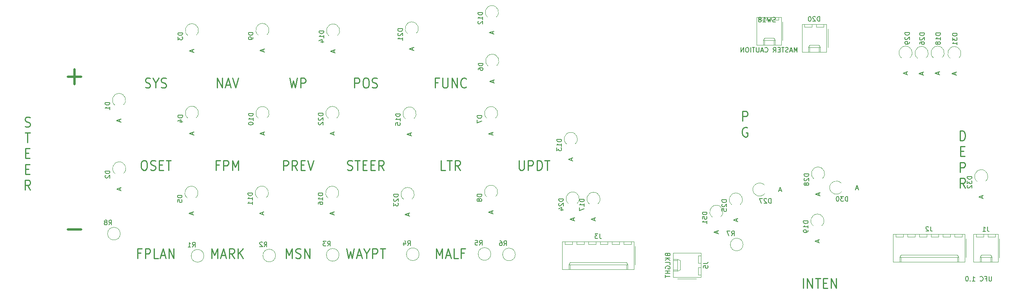
<source format=gbr>
%TF.GenerationSoftware,KiCad,Pcbnew,7.0.9*%
%TF.CreationDate,2023-12-03T09:41:02+10:00*%
%TF.ProjectId,UFC,5546432e-6b69-4636-9164-5f7063625858,rev?*%
%TF.SameCoordinates,Original*%
%TF.FileFunction,Legend,Bot*%
%TF.FilePolarity,Positive*%
%FSLAX46Y46*%
G04 Gerber Fmt 4.6, Leading zero omitted, Abs format (unit mm)*
G04 Created by KiCad (PCBNEW 7.0.9) date 2023-12-03 09:41:02*
%MOMM*%
%LPD*%
G01*
G04 APERTURE LIST*
%ADD10C,0.150000*%
%ADD11C,0.529164*%
%ADD12C,0.264582*%
%ADD13C,0.120000*%
G04 APERTURE END LIST*
D10*
X246253220Y-97249819D02*
X246253220Y-98059342D01*
X246253220Y-98059342D02*
X246205601Y-98154580D01*
X246205601Y-98154580D02*
X246157982Y-98202200D01*
X246157982Y-98202200D02*
X246062744Y-98249819D01*
X246062744Y-98249819D02*
X245872268Y-98249819D01*
X245872268Y-98249819D02*
X245777030Y-98202200D01*
X245777030Y-98202200D02*
X245729411Y-98154580D01*
X245729411Y-98154580D02*
X245681792Y-98059342D01*
X245681792Y-98059342D02*
X245681792Y-97249819D01*
X244872268Y-97726009D02*
X245205601Y-97726009D01*
X245205601Y-98249819D02*
X245205601Y-97249819D01*
X245205601Y-97249819D02*
X244729411Y-97249819D01*
X243777030Y-98154580D02*
X243824649Y-98202200D01*
X243824649Y-98202200D02*
X243967506Y-98249819D01*
X243967506Y-98249819D02*
X244062744Y-98249819D01*
X244062744Y-98249819D02*
X244205601Y-98202200D01*
X244205601Y-98202200D02*
X244300839Y-98106961D01*
X244300839Y-98106961D02*
X244348458Y-98011723D01*
X244348458Y-98011723D02*
X244396077Y-97821247D01*
X244396077Y-97821247D02*
X244396077Y-97678390D01*
X244396077Y-97678390D02*
X244348458Y-97487914D01*
X244348458Y-97487914D02*
X244300839Y-97392676D01*
X244300839Y-97392676D02*
X244205601Y-97297438D01*
X244205601Y-97297438D02*
X244062744Y-97249819D01*
X244062744Y-97249819D02*
X243967506Y-97249819D01*
X243967506Y-97249819D02*
X243824649Y-97297438D01*
X243824649Y-97297438D02*
X243777030Y-97345057D01*
X242062744Y-98249819D02*
X242634172Y-98249819D01*
X242348458Y-98249819D02*
X242348458Y-97249819D01*
X242348458Y-97249819D02*
X242443696Y-97392676D01*
X242443696Y-97392676D02*
X242538934Y-97487914D01*
X242538934Y-97487914D02*
X242634172Y-97535533D01*
X241634172Y-98154580D02*
X241586553Y-98202200D01*
X241586553Y-98202200D02*
X241634172Y-98249819D01*
X241634172Y-98249819D02*
X241681791Y-98202200D01*
X241681791Y-98202200D02*
X241634172Y-98154580D01*
X241634172Y-98154580D02*
X241634172Y-98249819D01*
X240967506Y-97249819D02*
X240872268Y-97249819D01*
X240872268Y-97249819D02*
X240777030Y-97297438D01*
X240777030Y-97297438D02*
X240729411Y-97345057D01*
X240729411Y-97345057D02*
X240681792Y-97440295D01*
X240681792Y-97440295D02*
X240634173Y-97630771D01*
X240634173Y-97630771D02*
X240634173Y-97868866D01*
X240634173Y-97868866D02*
X240681792Y-98059342D01*
X240681792Y-98059342D02*
X240729411Y-98154580D01*
X240729411Y-98154580D02*
X240777030Y-98202200D01*
X240777030Y-98202200D02*
X240872268Y-98249819D01*
X240872268Y-98249819D02*
X240967506Y-98249819D01*
X240967506Y-98249819D02*
X241062744Y-98202200D01*
X241062744Y-98202200D02*
X241110363Y-98154580D01*
X241110363Y-98154580D02*
X241157982Y-98059342D01*
X241157982Y-98059342D02*
X241205601Y-97868866D01*
X241205601Y-97868866D02*
X241205601Y-97630771D01*
X241205601Y-97630771D02*
X241157982Y-97440295D01*
X241157982Y-97440295D02*
X241110363Y-97345057D01*
X241110363Y-97345057D02*
X241062744Y-97297438D01*
X241062744Y-97297438D02*
X240967506Y-97249819D01*
D11*
X46746077Y-87086204D02*
X49648923Y-87086204D01*
D12*
X79388578Y-73162722D02*
X78753580Y-73162722D01*
X78753580Y-74271448D02*
X78753580Y-72154789D01*
X78753580Y-72154789D02*
X79660720Y-72154789D01*
X80386431Y-74271448D02*
X80386431Y-72154789D01*
X80386431Y-72154789D02*
X81112143Y-72154789D01*
X81112143Y-72154789D02*
X81293571Y-72255582D01*
X81293571Y-72255582D02*
X81384285Y-72356375D01*
X81384285Y-72356375D02*
X81474999Y-72557962D01*
X81474999Y-72557962D02*
X81474999Y-72860342D01*
X81474999Y-72860342D02*
X81384285Y-73061928D01*
X81384285Y-73061928D02*
X81293571Y-73162722D01*
X81293571Y-73162722D02*
X81112143Y-73263515D01*
X81112143Y-73263515D02*
X80386431Y-73263515D01*
X82291424Y-74271448D02*
X82291424Y-72154789D01*
X82291424Y-72154789D02*
X82926422Y-73666688D01*
X82926422Y-73666688D02*
X83561420Y-72154789D01*
X83561420Y-72154789D02*
X83561420Y-74271448D01*
X144182511Y-72154789D02*
X144182511Y-73868275D01*
X144182511Y-73868275D02*
X144273225Y-74069861D01*
X144273225Y-74069861D02*
X144363939Y-74170655D01*
X144363939Y-74170655D02*
X144545367Y-74271448D01*
X144545367Y-74271448D02*
X144908223Y-74271448D01*
X144908223Y-74271448D02*
X145089651Y-74170655D01*
X145089651Y-74170655D02*
X145180365Y-74069861D01*
X145180365Y-74069861D02*
X145271079Y-73868275D01*
X145271079Y-73868275D02*
X145271079Y-72154789D01*
X146178218Y-74271448D02*
X146178218Y-72154789D01*
X146178218Y-72154789D02*
X146903930Y-72154789D01*
X146903930Y-72154789D02*
X147085358Y-72255582D01*
X147085358Y-72255582D02*
X147176072Y-72356375D01*
X147176072Y-72356375D02*
X147266786Y-72557962D01*
X147266786Y-72557962D02*
X147266786Y-72860342D01*
X147266786Y-72860342D02*
X147176072Y-73061928D01*
X147176072Y-73061928D02*
X147085358Y-73162722D01*
X147085358Y-73162722D02*
X146903930Y-73263515D01*
X146903930Y-73263515D02*
X146178218Y-73263515D01*
X148083211Y-74271448D02*
X148083211Y-72154789D01*
X148083211Y-72154789D02*
X148536781Y-72154789D01*
X148536781Y-72154789D02*
X148808923Y-72255582D01*
X148808923Y-72255582D02*
X148990351Y-72457169D01*
X148990351Y-72457169D02*
X149081065Y-72658755D01*
X149081065Y-72658755D02*
X149171779Y-73061928D01*
X149171779Y-73061928D02*
X149171779Y-73364308D01*
X149171779Y-73364308D02*
X149081065Y-73767481D01*
X149081065Y-73767481D02*
X148990351Y-73969068D01*
X148990351Y-73969068D02*
X148808923Y-74170655D01*
X148808923Y-74170655D02*
X148536781Y-74271448D01*
X148536781Y-74271448D02*
X148083211Y-74271448D01*
X149716062Y-72154789D02*
X150804630Y-72154789D01*
X150260346Y-74271448D02*
X150260346Y-72154789D01*
X62468227Y-92212722D02*
X61833229Y-92212722D01*
X61833229Y-93321448D02*
X61833229Y-91204789D01*
X61833229Y-91204789D02*
X62740369Y-91204789D01*
X63466080Y-93321448D02*
X63466080Y-91204789D01*
X63466080Y-91204789D02*
X64191792Y-91204789D01*
X64191792Y-91204789D02*
X64373220Y-91305582D01*
X64373220Y-91305582D02*
X64463934Y-91406375D01*
X64463934Y-91406375D02*
X64554648Y-91607962D01*
X64554648Y-91607962D02*
X64554648Y-91910342D01*
X64554648Y-91910342D02*
X64463934Y-92111928D01*
X64463934Y-92111928D02*
X64373220Y-92212722D01*
X64373220Y-92212722D02*
X64191792Y-92313515D01*
X64191792Y-92313515D02*
X63466080Y-92313515D01*
X66278213Y-93321448D02*
X65371073Y-93321448D01*
X65371073Y-93321448D02*
X65371073Y-91204789D01*
X66822496Y-92716688D02*
X67729636Y-92716688D01*
X66641068Y-93321448D02*
X67276066Y-91204789D01*
X67276066Y-91204789D02*
X67911064Y-93321448D01*
X68546061Y-93321448D02*
X68546061Y-91204789D01*
X68546061Y-91204789D02*
X69634629Y-93321448D01*
X69634629Y-93321448D02*
X69634629Y-91204789D01*
X239468573Y-67879717D02*
X239468573Y-65763058D01*
X239468573Y-65763058D02*
X239922143Y-65763058D01*
X239922143Y-65763058D02*
X240194285Y-65863851D01*
X240194285Y-65863851D02*
X240375713Y-66065438D01*
X240375713Y-66065438D02*
X240466427Y-66267024D01*
X240466427Y-66267024D02*
X240557141Y-66670197D01*
X240557141Y-66670197D02*
X240557141Y-66972577D01*
X240557141Y-66972577D02*
X240466427Y-67375750D01*
X240466427Y-67375750D02*
X240375713Y-67577337D01*
X240375713Y-67577337D02*
X240194285Y-67778924D01*
X240194285Y-67778924D02*
X239922143Y-67879717D01*
X239922143Y-67879717D02*
X239468573Y-67879717D01*
X239559287Y-70178812D02*
X240194285Y-70178812D01*
X240466427Y-71287538D02*
X239559287Y-71287538D01*
X239559287Y-71287538D02*
X239559287Y-69170879D01*
X239559287Y-69170879D02*
X240466427Y-69170879D01*
X239468573Y-74695359D02*
X239468573Y-72578700D01*
X239468573Y-72578700D02*
X240194285Y-72578700D01*
X240194285Y-72578700D02*
X240375713Y-72679493D01*
X240375713Y-72679493D02*
X240466427Y-72780286D01*
X240466427Y-72780286D02*
X240557141Y-72981873D01*
X240557141Y-72981873D02*
X240557141Y-73284253D01*
X240557141Y-73284253D02*
X240466427Y-73485839D01*
X240466427Y-73485839D02*
X240375713Y-73586633D01*
X240375713Y-73586633D02*
X240194285Y-73687426D01*
X240194285Y-73687426D02*
X239468573Y-73687426D01*
X240557141Y-78103180D02*
X239922143Y-77095247D01*
X239468573Y-78103180D02*
X239468573Y-75986521D01*
X239468573Y-75986521D02*
X240194285Y-75986521D01*
X240194285Y-75986521D02*
X240375713Y-76087314D01*
X240375713Y-76087314D02*
X240466427Y-76188107D01*
X240466427Y-76188107D02*
X240557141Y-76389694D01*
X240557141Y-76389694D02*
X240557141Y-76692074D01*
X240557141Y-76692074D02*
X240466427Y-76893660D01*
X240466427Y-76893660D02*
X240375713Y-76994454D01*
X240375713Y-76994454D02*
X240194285Y-77095247D01*
X240194285Y-77095247D02*
X239468573Y-77095247D01*
X106935015Y-91204789D02*
X107388585Y-93321448D01*
X107388585Y-93321448D02*
X107751441Y-91809549D01*
X107751441Y-91809549D02*
X108114297Y-93321448D01*
X108114297Y-93321448D02*
X108567867Y-91204789D01*
X109202864Y-92716688D02*
X110110004Y-92716688D01*
X109021436Y-93321448D02*
X109656434Y-91204789D01*
X109656434Y-91204789D02*
X110291432Y-93321448D01*
X111289285Y-92313515D02*
X111289285Y-93321448D01*
X110654287Y-91204789D02*
X111289285Y-92313515D01*
X111289285Y-92313515D02*
X111924283Y-91204789D01*
X112559280Y-93321448D02*
X112559280Y-91204789D01*
X112559280Y-91204789D02*
X113284992Y-91204789D01*
X113284992Y-91204789D02*
X113466420Y-91305582D01*
X113466420Y-91305582D02*
X113557134Y-91406375D01*
X113557134Y-91406375D02*
X113647848Y-91607962D01*
X113647848Y-91607962D02*
X113647848Y-91910342D01*
X113647848Y-91910342D02*
X113557134Y-92111928D01*
X113557134Y-92111928D02*
X113466420Y-92212722D01*
X113466420Y-92212722D02*
X113284992Y-92313515D01*
X113284992Y-92313515D02*
X112559280Y-92313515D01*
X114192131Y-91204789D02*
X115280699Y-91204789D01*
X114736415Y-93321448D02*
X114736415Y-91204789D01*
X205551441Y-99832877D02*
X205551441Y-97716218D01*
X206458581Y-99832877D02*
X206458581Y-97716218D01*
X206458581Y-97716218D02*
X207547149Y-99832877D01*
X207547149Y-99832877D02*
X207547149Y-97716218D01*
X208182146Y-97716218D02*
X209270714Y-97716218D01*
X208726430Y-99832877D02*
X208726430Y-97716218D01*
X209905711Y-98724151D02*
X210540709Y-98724151D01*
X210812851Y-99832877D02*
X209905711Y-99832877D01*
X209905711Y-99832877D02*
X209905711Y-97716218D01*
X209905711Y-97716218D02*
X210812851Y-97716218D01*
X211629276Y-99832877D02*
X211629276Y-97716218D01*
X211629276Y-97716218D02*
X212717844Y-99832877D01*
X212717844Y-99832877D02*
X212717844Y-97716218D01*
X107116443Y-74170655D02*
X107388585Y-74271448D01*
X107388585Y-74271448D02*
X107842155Y-74271448D01*
X107842155Y-74271448D02*
X108023583Y-74170655D01*
X108023583Y-74170655D02*
X108114297Y-74069861D01*
X108114297Y-74069861D02*
X108205011Y-73868275D01*
X108205011Y-73868275D02*
X108205011Y-73666688D01*
X108205011Y-73666688D02*
X108114297Y-73465102D01*
X108114297Y-73465102D02*
X108023583Y-73364308D01*
X108023583Y-73364308D02*
X107842155Y-73263515D01*
X107842155Y-73263515D02*
X107479299Y-73162722D01*
X107479299Y-73162722D02*
X107297871Y-73061928D01*
X107297871Y-73061928D02*
X107207157Y-72961135D01*
X107207157Y-72961135D02*
X107116443Y-72759549D01*
X107116443Y-72759549D02*
X107116443Y-72557962D01*
X107116443Y-72557962D02*
X107207157Y-72356375D01*
X107207157Y-72356375D02*
X107297871Y-72255582D01*
X107297871Y-72255582D02*
X107479299Y-72154789D01*
X107479299Y-72154789D02*
X107932869Y-72154789D01*
X107932869Y-72154789D02*
X108205011Y-72255582D01*
X108749294Y-72154789D02*
X109837862Y-72154789D01*
X109293578Y-74271448D02*
X109293578Y-72154789D01*
X110472859Y-73162722D02*
X111107857Y-73162722D01*
X111379999Y-74271448D02*
X110472859Y-74271448D01*
X110472859Y-74271448D02*
X110472859Y-72154789D01*
X110472859Y-72154789D02*
X111379999Y-72154789D01*
X112196424Y-73162722D02*
X112831422Y-73162722D01*
X113103564Y-74271448D02*
X112196424Y-74271448D01*
X112196424Y-74271448D02*
X112196424Y-72154789D01*
X112196424Y-72154789D02*
X113103564Y-72154789D01*
X115008557Y-74271448D02*
X114373559Y-73263515D01*
X113919989Y-74271448D02*
X113919989Y-72154789D01*
X113919989Y-72154789D02*
X114645701Y-72154789D01*
X114645701Y-72154789D02*
X114827129Y-72255582D01*
X114827129Y-72255582D02*
X114917843Y-72356375D01*
X114917843Y-72356375D02*
X115008557Y-72557962D01*
X115008557Y-72557962D02*
X115008557Y-72860342D01*
X115008557Y-72860342D02*
X114917843Y-73061928D01*
X114917843Y-73061928D02*
X114827129Y-73162722D01*
X114827129Y-73162722D02*
X114645701Y-73263515D01*
X114645701Y-73263515D02*
X113919989Y-73263515D01*
X108658580Y-56471448D02*
X108658580Y-54354789D01*
X108658580Y-54354789D02*
X109384292Y-54354789D01*
X109384292Y-54354789D02*
X109565720Y-54455582D01*
X109565720Y-54455582D02*
X109656434Y-54556375D01*
X109656434Y-54556375D02*
X109747148Y-54757962D01*
X109747148Y-54757962D02*
X109747148Y-55060342D01*
X109747148Y-55060342D02*
X109656434Y-55261928D01*
X109656434Y-55261928D02*
X109565720Y-55362722D01*
X109565720Y-55362722D02*
X109384292Y-55463515D01*
X109384292Y-55463515D02*
X108658580Y-55463515D01*
X110926429Y-54354789D02*
X111289285Y-54354789D01*
X111289285Y-54354789D02*
X111470713Y-54455582D01*
X111470713Y-54455582D02*
X111652141Y-54657169D01*
X111652141Y-54657169D02*
X111742855Y-55060342D01*
X111742855Y-55060342D02*
X111742855Y-55765895D01*
X111742855Y-55765895D02*
X111652141Y-56169068D01*
X111652141Y-56169068D02*
X111470713Y-56370655D01*
X111470713Y-56370655D02*
X111289285Y-56471448D01*
X111289285Y-56471448D02*
X110926429Y-56471448D01*
X110926429Y-56471448D02*
X110745001Y-56370655D01*
X110745001Y-56370655D02*
X110563573Y-56169068D01*
X110563573Y-56169068D02*
X110472859Y-55765895D01*
X110472859Y-55765895D02*
X110472859Y-55060342D01*
X110472859Y-55060342D02*
X110563573Y-54657169D01*
X110563573Y-54657169D02*
X110745001Y-54455582D01*
X110745001Y-54455582D02*
X110926429Y-54354789D01*
X112468566Y-56370655D02*
X112740708Y-56471448D01*
X112740708Y-56471448D02*
X113194278Y-56471448D01*
X113194278Y-56471448D02*
X113375706Y-56370655D01*
X113375706Y-56370655D02*
X113466420Y-56269861D01*
X113466420Y-56269861D02*
X113557134Y-56068275D01*
X113557134Y-56068275D02*
X113557134Y-55866688D01*
X113557134Y-55866688D02*
X113466420Y-55665102D01*
X113466420Y-55665102D02*
X113375706Y-55564308D01*
X113375706Y-55564308D02*
X113194278Y-55463515D01*
X113194278Y-55463515D02*
X112831422Y-55362722D01*
X112831422Y-55362722D02*
X112649994Y-55261928D01*
X112649994Y-55261928D02*
X112559280Y-55161135D01*
X112559280Y-55161135D02*
X112468566Y-54959549D01*
X112468566Y-54959549D02*
X112468566Y-54757962D01*
X112468566Y-54757962D02*
X112559280Y-54556375D01*
X112559280Y-54556375D02*
X112649994Y-54455582D01*
X112649994Y-54455582D02*
X112831422Y-54354789D01*
X112831422Y-54354789D02*
X113284992Y-54354789D01*
X113284992Y-54354789D02*
X113557134Y-54455582D01*
X93287868Y-74271448D02*
X93287868Y-72154789D01*
X93287868Y-72154789D02*
X94013580Y-72154789D01*
X94013580Y-72154789D02*
X94195008Y-72255582D01*
X94195008Y-72255582D02*
X94285722Y-72356375D01*
X94285722Y-72356375D02*
X94376436Y-72557962D01*
X94376436Y-72557962D02*
X94376436Y-72860342D01*
X94376436Y-72860342D02*
X94285722Y-73061928D01*
X94285722Y-73061928D02*
X94195008Y-73162722D01*
X94195008Y-73162722D02*
X94013580Y-73263515D01*
X94013580Y-73263515D02*
X93287868Y-73263515D01*
X96281429Y-74271448D02*
X95646431Y-73263515D01*
X95192861Y-74271448D02*
X95192861Y-72154789D01*
X95192861Y-72154789D02*
X95918573Y-72154789D01*
X95918573Y-72154789D02*
X96100001Y-72255582D01*
X96100001Y-72255582D02*
X96190715Y-72356375D01*
X96190715Y-72356375D02*
X96281429Y-72557962D01*
X96281429Y-72557962D02*
X96281429Y-72860342D01*
X96281429Y-72860342D02*
X96190715Y-73061928D01*
X96190715Y-73061928D02*
X96100001Y-73162722D01*
X96100001Y-73162722D02*
X95918573Y-73263515D01*
X95918573Y-73263515D02*
X95192861Y-73263515D01*
X97097854Y-73162722D02*
X97732852Y-73162722D01*
X98004994Y-74271448D02*
X97097854Y-74271448D01*
X97097854Y-74271448D02*
X97097854Y-72154789D01*
X97097854Y-72154789D02*
X98004994Y-72154789D01*
X98549277Y-72154789D02*
X99184275Y-74271448D01*
X99184275Y-74271448D02*
X99819273Y-72154789D01*
X37493216Y-64805013D02*
X37765358Y-64905806D01*
X37765358Y-64905806D02*
X38218928Y-64905806D01*
X38218928Y-64905806D02*
X38400356Y-64805013D01*
X38400356Y-64805013D02*
X38491070Y-64704219D01*
X38491070Y-64704219D02*
X38581784Y-64502633D01*
X38581784Y-64502633D02*
X38581784Y-64301046D01*
X38581784Y-64301046D02*
X38491070Y-64099460D01*
X38491070Y-64099460D02*
X38400356Y-63998666D01*
X38400356Y-63998666D02*
X38218928Y-63897873D01*
X38218928Y-63897873D02*
X37856072Y-63797080D01*
X37856072Y-63797080D02*
X37674644Y-63696286D01*
X37674644Y-63696286D02*
X37583930Y-63595493D01*
X37583930Y-63595493D02*
X37493216Y-63393907D01*
X37493216Y-63393907D02*
X37493216Y-63192320D01*
X37493216Y-63192320D02*
X37583930Y-62990733D01*
X37583930Y-62990733D02*
X37674644Y-62889940D01*
X37674644Y-62889940D02*
X37856072Y-62789147D01*
X37856072Y-62789147D02*
X38309642Y-62789147D01*
X38309642Y-62789147D02*
X38581784Y-62889940D01*
X37493216Y-66196968D02*
X38581784Y-66196968D01*
X38037500Y-68313627D02*
X38037500Y-66196968D01*
X37629287Y-70612722D02*
X38264285Y-70612722D01*
X38536427Y-71721448D02*
X37629287Y-71721448D01*
X37629287Y-71721448D02*
X37629287Y-69604789D01*
X37629287Y-69604789D02*
X38536427Y-69604789D01*
X37629287Y-74020543D02*
X38264285Y-74020543D01*
X38536427Y-75129269D02*
X37629287Y-75129269D01*
X37629287Y-75129269D02*
X37629287Y-73012610D01*
X37629287Y-73012610D02*
X38536427Y-73012610D01*
X38627141Y-78537090D02*
X37992143Y-77529157D01*
X37538573Y-78537090D02*
X37538573Y-76420431D01*
X37538573Y-76420431D02*
X38264285Y-76420431D01*
X38264285Y-76420431D02*
X38445713Y-76521224D01*
X38445713Y-76521224D02*
X38536427Y-76622017D01*
X38536427Y-76622017D02*
X38627141Y-76823604D01*
X38627141Y-76823604D02*
X38627141Y-77125984D01*
X38627141Y-77125984D02*
X38536427Y-77327570D01*
X38536427Y-77327570D02*
X38445713Y-77428364D01*
X38445713Y-77428364D02*
X38264285Y-77529157D01*
X38264285Y-77529157D02*
X37538573Y-77529157D01*
X94648577Y-54354789D02*
X95102147Y-56471448D01*
X95102147Y-56471448D02*
X95465003Y-54959549D01*
X95465003Y-54959549D02*
X95827859Y-56471448D01*
X95827859Y-56471448D02*
X96281429Y-54354789D01*
X97007140Y-56471448D02*
X97007140Y-54354789D01*
X97007140Y-54354789D02*
X97732852Y-54354789D01*
X97732852Y-54354789D02*
X97914280Y-54455582D01*
X97914280Y-54455582D02*
X98004994Y-54556375D01*
X98004994Y-54556375D02*
X98095708Y-54757962D01*
X98095708Y-54757962D02*
X98095708Y-55060342D01*
X98095708Y-55060342D02*
X98004994Y-55261928D01*
X98004994Y-55261928D02*
X97914280Y-55362722D01*
X97914280Y-55362722D02*
X97732852Y-55463515D01*
X97732852Y-55463515D02*
X97007140Y-55463515D01*
X126701108Y-55362722D02*
X126066110Y-55362722D01*
X126066110Y-56471448D02*
X126066110Y-54354789D01*
X126066110Y-54354789D02*
X126973250Y-54354789D01*
X127698961Y-54354789D02*
X127698961Y-56068275D01*
X127698961Y-56068275D02*
X127789675Y-56269861D01*
X127789675Y-56269861D02*
X127880389Y-56370655D01*
X127880389Y-56370655D02*
X128061817Y-56471448D01*
X128061817Y-56471448D02*
X128424673Y-56471448D01*
X128424673Y-56471448D02*
X128606101Y-56370655D01*
X128606101Y-56370655D02*
X128696815Y-56269861D01*
X128696815Y-56269861D02*
X128787529Y-56068275D01*
X128787529Y-56068275D02*
X128787529Y-54354789D01*
X129694668Y-56471448D02*
X129694668Y-54354789D01*
X129694668Y-54354789D02*
X130783236Y-56471448D01*
X130783236Y-56471448D02*
X130783236Y-54354789D01*
X132778943Y-56269861D02*
X132688229Y-56370655D01*
X132688229Y-56370655D02*
X132416087Y-56471448D01*
X132416087Y-56471448D02*
X132234659Y-56471448D01*
X132234659Y-56471448D02*
X131962517Y-56370655D01*
X131962517Y-56370655D02*
X131781089Y-56169068D01*
X131781089Y-56169068D02*
X131690375Y-55967481D01*
X131690375Y-55967481D02*
X131599661Y-55564308D01*
X131599661Y-55564308D02*
X131599661Y-55261928D01*
X131599661Y-55261928D02*
X131690375Y-54858755D01*
X131690375Y-54858755D02*
X131781089Y-54657169D01*
X131781089Y-54657169D02*
X131962517Y-54455582D01*
X131962517Y-54455582D02*
X132234659Y-54354789D01*
X132234659Y-54354789D02*
X132416087Y-54354789D01*
X132416087Y-54354789D02*
X132688229Y-54455582D01*
X132688229Y-54455582D02*
X132778943Y-54556375D01*
X126338252Y-93321448D02*
X126338252Y-91204789D01*
X126338252Y-91204789D02*
X126973250Y-92716688D01*
X126973250Y-92716688D02*
X127608248Y-91204789D01*
X127608248Y-91204789D02*
X127608248Y-93321448D01*
X128424673Y-92716688D02*
X129331813Y-92716688D01*
X128243245Y-93321448D02*
X128878243Y-91204789D01*
X128878243Y-91204789D02*
X129513241Y-93321448D01*
X131055378Y-93321448D02*
X130148238Y-93321448D01*
X130148238Y-93321448D02*
X130148238Y-91204789D01*
X132325373Y-92212722D02*
X131690375Y-92212722D01*
X131690375Y-93321448D02*
X131690375Y-91204789D01*
X131690375Y-91204789D02*
X132597515Y-91204789D01*
X78980365Y-56471448D02*
X78980365Y-54354789D01*
X78980365Y-54354789D02*
X80068933Y-56471448D01*
X80068933Y-56471448D02*
X80068933Y-54354789D01*
X80885358Y-55866688D02*
X81792498Y-55866688D01*
X80703930Y-56471448D02*
X81338928Y-54354789D01*
X81338928Y-54354789D02*
X81973926Y-56471448D01*
X82336781Y-54354789D02*
X82971779Y-56471448D01*
X82971779Y-56471448D02*
X83606777Y-54354789D01*
X77801083Y-93321448D02*
X77801083Y-91204789D01*
X77801083Y-91204789D02*
X78436081Y-92716688D01*
X78436081Y-92716688D02*
X79071079Y-91204789D01*
X79071079Y-91204789D02*
X79071079Y-93321448D01*
X79887504Y-92716688D02*
X80794644Y-92716688D01*
X79706076Y-93321448D02*
X80341074Y-91204789D01*
X80341074Y-91204789D02*
X80976072Y-93321448D01*
X82699637Y-93321448D02*
X82064639Y-92313515D01*
X81611069Y-93321448D02*
X81611069Y-91204789D01*
X81611069Y-91204789D02*
X82336781Y-91204789D01*
X82336781Y-91204789D02*
X82518209Y-91305582D01*
X82518209Y-91305582D02*
X82608923Y-91406375D01*
X82608923Y-91406375D02*
X82699637Y-91607962D01*
X82699637Y-91607962D02*
X82699637Y-91910342D01*
X82699637Y-91910342D02*
X82608923Y-92111928D01*
X82608923Y-92111928D02*
X82518209Y-92212722D01*
X82518209Y-92212722D02*
X82336781Y-92313515D01*
X82336781Y-92313515D02*
X81611069Y-92313515D01*
X83516062Y-93321448D02*
X83516062Y-91204789D01*
X84604630Y-93321448D02*
X83788204Y-92111928D01*
X84604630Y-91204789D02*
X83516062Y-92414308D01*
X128288603Y-74271448D02*
X127381463Y-74271448D01*
X127381463Y-74271448D02*
X127381463Y-72154789D01*
X128651458Y-72154789D02*
X129740026Y-72154789D01*
X129195742Y-74271448D02*
X129195742Y-72154789D01*
X131463591Y-74271448D02*
X130828593Y-73263515D01*
X130375023Y-74271448D02*
X130375023Y-72154789D01*
X130375023Y-72154789D02*
X131100735Y-72154789D01*
X131100735Y-72154789D02*
X131282163Y-72255582D01*
X131282163Y-72255582D02*
X131372877Y-72356375D01*
X131372877Y-72356375D02*
X131463591Y-72557962D01*
X131463591Y-72557962D02*
X131463591Y-72860342D01*
X131463591Y-72860342D02*
X131372877Y-73061928D01*
X131372877Y-73061928D02*
X131282163Y-73162722D01*
X131282163Y-73162722D02*
X131100735Y-73263515D01*
X131100735Y-73263515D02*
X130375023Y-73263515D01*
X192478573Y-63667538D02*
X192478573Y-61550879D01*
X192478573Y-61550879D02*
X193204285Y-61550879D01*
X193204285Y-61550879D02*
X193385713Y-61651672D01*
X193385713Y-61651672D02*
X193476427Y-61752465D01*
X193476427Y-61752465D02*
X193567141Y-61954052D01*
X193567141Y-61954052D02*
X193567141Y-62256432D01*
X193567141Y-62256432D02*
X193476427Y-62458018D01*
X193476427Y-62458018D02*
X193385713Y-62558812D01*
X193385713Y-62558812D02*
X193204285Y-62659605D01*
X193204285Y-62659605D02*
X192478573Y-62659605D01*
X193476427Y-65059493D02*
X193294999Y-64958700D01*
X193294999Y-64958700D02*
X193022857Y-64958700D01*
X193022857Y-64958700D02*
X192750715Y-65059493D01*
X192750715Y-65059493D02*
X192569287Y-65261080D01*
X192569287Y-65261080D02*
X192478573Y-65462666D01*
X192478573Y-65462666D02*
X192387859Y-65865839D01*
X192387859Y-65865839D02*
X192387859Y-66168219D01*
X192387859Y-66168219D02*
X192478573Y-66571392D01*
X192478573Y-66571392D02*
X192569287Y-66772979D01*
X192569287Y-66772979D02*
X192750715Y-66974566D01*
X192750715Y-66974566D02*
X193022857Y-67075359D01*
X193022857Y-67075359D02*
X193204285Y-67075359D01*
X193204285Y-67075359D02*
X193476427Y-66974566D01*
X193476427Y-66974566D02*
X193567141Y-66873772D01*
X193567141Y-66873772D02*
X193567141Y-66168219D01*
X193567141Y-66168219D02*
X193204285Y-66168219D01*
X63057867Y-72154789D02*
X63420723Y-72154789D01*
X63420723Y-72154789D02*
X63602151Y-72255582D01*
X63602151Y-72255582D02*
X63783579Y-72457169D01*
X63783579Y-72457169D02*
X63874293Y-72860342D01*
X63874293Y-72860342D02*
X63874293Y-73565895D01*
X63874293Y-73565895D02*
X63783579Y-73969068D01*
X63783579Y-73969068D02*
X63602151Y-74170655D01*
X63602151Y-74170655D02*
X63420723Y-74271448D01*
X63420723Y-74271448D02*
X63057867Y-74271448D01*
X63057867Y-74271448D02*
X62876439Y-74170655D01*
X62876439Y-74170655D02*
X62695011Y-73969068D01*
X62695011Y-73969068D02*
X62604297Y-73565895D01*
X62604297Y-73565895D02*
X62604297Y-72860342D01*
X62604297Y-72860342D02*
X62695011Y-72457169D01*
X62695011Y-72457169D02*
X62876439Y-72255582D01*
X62876439Y-72255582D02*
X63057867Y-72154789D01*
X64600004Y-74170655D02*
X64872146Y-74271448D01*
X64872146Y-74271448D02*
X65325716Y-74271448D01*
X65325716Y-74271448D02*
X65507144Y-74170655D01*
X65507144Y-74170655D02*
X65597858Y-74069861D01*
X65597858Y-74069861D02*
X65688572Y-73868275D01*
X65688572Y-73868275D02*
X65688572Y-73666688D01*
X65688572Y-73666688D02*
X65597858Y-73465102D01*
X65597858Y-73465102D02*
X65507144Y-73364308D01*
X65507144Y-73364308D02*
X65325716Y-73263515D01*
X65325716Y-73263515D02*
X64962860Y-73162722D01*
X64962860Y-73162722D02*
X64781432Y-73061928D01*
X64781432Y-73061928D02*
X64690718Y-72961135D01*
X64690718Y-72961135D02*
X64600004Y-72759549D01*
X64600004Y-72759549D02*
X64600004Y-72557962D01*
X64600004Y-72557962D02*
X64690718Y-72356375D01*
X64690718Y-72356375D02*
X64781432Y-72255582D01*
X64781432Y-72255582D02*
X64962860Y-72154789D01*
X64962860Y-72154789D02*
X65416430Y-72154789D01*
X65416430Y-72154789D02*
X65688572Y-72255582D01*
X66504997Y-73162722D02*
X67139995Y-73162722D01*
X67412137Y-74271448D02*
X66504997Y-74271448D01*
X66504997Y-74271448D02*
X66504997Y-72154789D01*
X66504997Y-72154789D02*
X67412137Y-72154789D01*
X67956420Y-72154789D02*
X69044988Y-72154789D01*
X68500704Y-74271448D02*
X68500704Y-72154789D01*
X63466080Y-56370655D02*
X63738222Y-56471448D01*
X63738222Y-56471448D02*
X64191792Y-56471448D01*
X64191792Y-56471448D02*
X64373220Y-56370655D01*
X64373220Y-56370655D02*
X64463934Y-56269861D01*
X64463934Y-56269861D02*
X64554648Y-56068275D01*
X64554648Y-56068275D02*
X64554648Y-55866688D01*
X64554648Y-55866688D02*
X64463934Y-55665102D01*
X64463934Y-55665102D02*
X64373220Y-55564308D01*
X64373220Y-55564308D02*
X64191792Y-55463515D01*
X64191792Y-55463515D02*
X63828936Y-55362722D01*
X63828936Y-55362722D02*
X63647508Y-55261928D01*
X63647508Y-55261928D02*
X63556794Y-55161135D01*
X63556794Y-55161135D02*
X63466080Y-54959549D01*
X63466080Y-54959549D02*
X63466080Y-54757962D01*
X63466080Y-54757962D02*
X63556794Y-54556375D01*
X63556794Y-54556375D02*
X63647508Y-54455582D01*
X63647508Y-54455582D02*
X63828936Y-54354789D01*
X63828936Y-54354789D02*
X64282506Y-54354789D01*
X64282506Y-54354789D02*
X64554648Y-54455582D01*
X65733929Y-55463515D02*
X65733929Y-56471448D01*
X65098931Y-54354789D02*
X65733929Y-55463515D01*
X65733929Y-55463515D02*
X66368927Y-54354789D01*
X66913210Y-56370655D02*
X67185352Y-56471448D01*
X67185352Y-56471448D02*
X67638922Y-56471448D01*
X67638922Y-56471448D02*
X67820350Y-56370655D01*
X67820350Y-56370655D02*
X67911064Y-56269861D01*
X67911064Y-56269861D02*
X68001778Y-56068275D01*
X68001778Y-56068275D02*
X68001778Y-55866688D01*
X68001778Y-55866688D02*
X67911064Y-55665102D01*
X67911064Y-55665102D02*
X67820350Y-55564308D01*
X67820350Y-55564308D02*
X67638922Y-55463515D01*
X67638922Y-55463515D02*
X67276066Y-55362722D01*
X67276066Y-55362722D02*
X67094638Y-55261928D01*
X67094638Y-55261928D02*
X67003924Y-55161135D01*
X67003924Y-55161135D02*
X66913210Y-54959549D01*
X66913210Y-54959549D02*
X66913210Y-54757962D01*
X66913210Y-54757962D02*
X67003924Y-54556375D01*
X67003924Y-54556375D02*
X67094638Y-54455582D01*
X67094638Y-54455582D02*
X67276066Y-54354789D01*
X67276066Y-54354789D02*
X67729636Y-54354789D01*
X67729636Y-54354789D02*
X68001778Y-54455582D01*
D11*
X46746077Y-54056204D02*
X49648923Y-54056204D01*
X48197500Y-55668896D02*
X48197500Y-52443512D01*
D12*
X93877509Y-93321448D02*
X93877509Y-91204789D01*
X93877509Y-91204789D02*
X94512507Y-92716688D01*
X94512507Y-92716688D02*
X95147505Y-91204789D01*
X95147505Y-91204789D02*
X95147505Y-93321448D01*
X95963930Y-93220655D02*
X96236072Y-93321448D01*
X96236072Y-93321448D02*
X96689642Y-93321448D01*
X96689642Y-93321448D02*
X96871070Y-93220655D01*
X96871070Y-93220655D02*
X96961784Y-93119861D01*
X96961784Y-93119861D02*
X97052498Y-92918275D01*
X97052498Y-92918275D02*
X97052498Y-92716688D01*
X97052498Y-92716688D02*
X96961784Y-92515102D01*
X96961784Y-92515102D02*
X96871070Y-92414308D01*
X96871070Y-92414308D02*
X96689642Y-92313515D01*
X96689642Y-92313515D02*
X96326786Y-92212722D01*
X96326786Y-92212722D02*
X96145358Y-92111928D01*
X96145358Y-92111928D02*
X96054644Y-92011135D01*
X96054644Y-92011135D02*
X95963930Y-91809549D01*
X95963930Y-91809549D02*
X95963930Y-91607962D01*
X95963930Y-91607962D02*
X96054644Y-91406375D01*
X96054644Y-91406375D02*
X96145358Y-91305582D01*
X96145358Y-91305582D02*
X96326786Y-91204789D01*
X96326786Y-91204789D02*
X96780356Y-91204789D01*
X96780356Y-91204789D02*
X97052498Y-91305582D01*
X97868923Y-93321448D02*
X97868923Y-91204789D01*
X97868923Y-91204789D02*
X98957491Y-93321448D01*
X98957491Y-93321448D02*
X98957491Y-91204789D01*
D10*
X55596666Y-86094819D02*
X55929999Y-85618628D01*
X56168094Y-86094819D02*
X56168094Y-85094819D01*
X56168094Y-85094819D02*
X55787142Y-85094819D01*
X55787142Y-85094819D02*
X55691904Y-85142438D01*
X55691904Y-85142438D02*
X55644285Y-85190057D01*
X55644285Y-85190057D02*
X55596666Y-85285295D01*
X55596666Y-85285295D02*
X55596666Y-85428152D01*
X55596666Y-85428152D02*
X55644285Y-85523390D01*
X55644285Y-85523390D02*
X55691904Y-85571009D01*
X55691904Y-85571009D02*
X55787142Y-85618628D01*
X55787142Y-85618628D02*
X56168094Y-85618628D01*
X55025237Y-85523390D02*
X55120475Y-85475771D01*
X55120475Y-85475771D02*
X55168094Y-85428152D01*
X55168094Y-85428152D02*
X55215713Y-85332914D01*
X55215713Y-85332914D02*
X55215713Y-85285295D01*
X55215713Y-85285295D02*
X55168094Y-85190057D01*
X55168094Y-85190057D02*
X55120475Y-85142438D01*
X55120475Y-85142438D02*
X55025237Y-85094819D01*
X55025237Y-85094819D02*
X54834761Y-85094819D01*
X54834761Y-85094819D02*
X54739523Y-85142438D01*
X54739523Y-85142438D02*
X54691904Y-85190057D01*
X54691904Y-85190057D02*
X54644285Y-85285295D01*
X54644285Y-85285295D02*
X54644285Y-85332914D01*
X54644285Y-85332914D02*
X54691904Y-85428152D01*
X54691904Y-85428152D02*
X54739523Y-85475771D01*
X54739523Y-85475771D02*
X54834761Y-85523390D01*
X54834761Y-85523390D02*
X55025237Y-85523390D01*
X55025237Y-85523390D02*
X55120475Y-85571009D01*
X55120475Y-85571009D02*
X55168094Y-85618628D01*
X55168094Y-85618628D02*
X55215713Y-85713866D01*
X55215713Y-85713866D02*
X55215713Y-85904342D01*
X55215713Y-85904342D02*
X55168094Y-85999580D01*
X55168094Y-85999580D02*
X55120475Y-86047200D01*
X55120475Y-86047200D02*
X55025237Y-86094819D01*
X55025237Y-86094819D02*
X54834761Y-86094819D01*
X54834761Y-86094819D02*
X54739523Y-86047200D01*
X54739523Y-86047200D02*
X54691904Y-85999580D01*
X54691904Y-85999580D02*
X54644285Y-85904342D01*
X54644285Y-85904342D02*
X54644285Y-85713866D01*
X54644285Y-85713866D02*
X54691904Y-85618628D01*
X54691904Y-85618628D02*
X54739523Y-85571009D01*
X54739523Y-85571009D02*
X54834761Y-85523390D01*
X184784819Y-83335714D02*
X183784819Y-83335714D01*
X183784819Y-83335714D02*
X183784819Y-83573809D01*
X183784819Y-83573809D02*
X183832438Y-83716666D01*
X183832438Y-83716666D02*
X183927676Y-83811904D01*
X183927676Y-83811904D02*
X184022914Y-83859523D01*
X184022914Y-83859523D02*
X184213390Y-83907142D01*
X184213390Y-83907142D02*
X184356247Y-83907142D01*
X184356247Y-83907142D02*
X184546723Y-83859523D01*
X184546723Y-83859523D02*
X184641961Y-83811904D01*
X184641961Y-83811904D02*
X184737200Y-83716666D01*
X184737200Y-83716666D02*
X184784819Y-83573809D01*
X184784819Y-83573809D02*
X184784819Y-83335714D01*
X183784819Y-84811904D02*
X183784819Y-84335714D01*
X183784819Y-84335714D02*
X184261009Y-84288095D01*
X184261009Y-84288095D02*
X184213390Y-84335714D01*
X184213390Y-84335714D02*
X184165771Y-84430952D01*
X184165771Y-84430952D02*
X184165771Y-84669047D01*
X184165771Y-84669047D02*
X184213390Y-84764285D01*
X184213390Y-84764285D02*
X184261009Y-84811904D01*
X184261009Y-84811904D02*
X184356247Y-84859523D01*
X184356247Y-84859523D02*
X184594342Y-84859523D01*
X184594342Y-84859523D02*
X184689580Y-84811904D01*
X184689580Y-84811904D02*
X184737200Y-84764285D01*
X184737200Y-84764285D02*
X184784819Y-84669047D01*
X184784819Y-84669047D02*
X184784819Y-84430952D01*
X184784819Y-84430952D02*
X184737200Y-84335714D01*
X184737200Y-84335714D02*
X184689580Y-84288095D01*
X184784819Y-85811904D02*
X184784819Y-85240476D01*
X184784819Y-85526190D02*
X183784819Y-85526190D01*
X183784819Y-85526190D02*
X183927676Y-85430952D01*
X183927676Y-85430952D02*
X184022914Y-85335714D01*
X184022914Y-85335714D02*
X184070533Y-85240476D01*
X186969104Y-87481905D02*
X186969104Y-87958095D01*
X187254819Y-87386667D02*
X186254819Y-87720000D01*
X186254819Y-87720000D02*
X187254819Y-88053333D01*
X241994819Y-75655714D02*
X240994819Y-75655714D01*
X240994819Y-75655714D02*
X240994819Y-75893809D01*
X240994819Y-75893809D02*
X241042438Y-76036666D01*
X241042438Y-76036666D02*
X241137676Y-76131904D01*
X241137676Y-76131904D02*
X241232914Y-76179523D01*
X241232914Y-76179523D02*
X241423390Y-76227142D01*
X241423390Y-76227142D02*
X241566247Y-76227142D01*
X241566247Y-76227142D02*
X241756723Y-76179523D01*
X241756723Y-76179523D02*
X241851961Y-76131904D01*
X241851961Y-76131904D02*
X241947200Y-76036666D01*
X241947200Y-76036666D02*
X241994819Y-75893809D01*
X241994819Y-75893809D02*
X241994819Y-75655714D01*
X240994819Y-76560476D02*
X240994819Y-77179523D01*
X240994819Y-77179523D02*
X241375771Y-76846190D01*
X241375771Y-76846190D02*
X241375771Y-76989047D01*
X241375771Y-76989047D02*
X241423390Y-77084285D01*
X241423390Y-77084285D02*
X241471009Y-77131904D01*
X241471009Y-77131904D02*
X241566247Y-77179523D01*
X241566247Y-77179523D02*
X241804342Y-77179523D01*
X241804342Y-77179523D02*
X241899580Y-77131904D01*
X241899580Y-77131904D02*
X241947200Y-77084285D01*
X241947200Y-77084285D02*
X241994819Y-76989047D01*
X241994819Y-76989047D02*
X241994819Y-76703333D01*
X241994819Y-76703333D02*
X241947200Y-76608095D01*
X241947200Y-76608095D02*
X241899580Y-76560476D01*
X241090057Y-77560476D02*
X241042438Y-77608095D01*
X241042438Y-77608095D02*
X240994819Y-77703333D01*
X240994819Y-77703333D02*
X240994819Y-77941428D01*
X240994819Y-77941428D02*
X241042438Y-78036666D01*
X241042438Y-78036666D02*
X241090057Y-78084285D01*
X241090057Y-78084285D02*
X241185295Y-78131904D01*
X241185295Y-78131904D02*
X241280533Y-78131904D01*
X241280533Y-78131904D02*
X241423390Y-78084285D01*
X241423390Y-78084285D02*
X241994819Y-77512857D01*
X241994819Y-77512857D02*
X241994819Y-78131904D01*
X244179104Y-79801905D02*
X244179104Y-80278095D01*
X244464819Y-79706667D02*
X243464819Y-80040000D01*
X243464819Y-80040000D02*
X244464819Y-80373333D01*
X238794819Y-44695714D02*
X237794819Y-44695714D01*
X237794819Y-44695714D02*
X237794819Y-44933809D01*
X237794819Y-44933809D02*
X237842438Y-45076666D01*
X237842438Y-45076666D02*
X237937676Y-45171904D01*
X237937676Y-45171904D02*
X238032914Y-45219523D01*
X238032914Y-45219523D02*
X238223390Y-45267142D01*
X238223390Y-45267142D02*
X238366247Y-45267142D01*
X238366247Y-45267142D02*
X238556723Y-45219523D01*
X238556723Y-45219523D02*
X238651961Y-45171904D01*
X238651961Y-45171904D02*
X238747200Y-45076666D01*
X238747200Y-45076666D02*
X238794819Y-44933809D01*
X238794819Y-44933809D02*
X238794819Y-44695714D01*
X237794819Y-45600476D02*
X237794819Y-46219523D01*
X237794819Y-46219523D02*
X238175771Y-45886190D01*
X238175771Y-45886190D02*
X238175771Y-46029047D01*
X238175771Y-46029047D02*
X238223390Y-46124285D01*
X238223390Y-46124285D02*
X238271009Y-46171904D01*
X238271009Y-46171904D02*
X238366247Y-46219523D01*
X238366247Y-46219523D02*
X238604342Y-46219523D01*
X238604342Y-46219523D02*
X238699580Y-46171904D01*
X238699580Y-46171904D02*
X238747200Y-46124285D01*
X238747200Y-46124285D02*
X238794819Y-46029047D01*
X238794819Y-46029047D02*
X238794819Y-45743333D01*
X238794819Y-45743333D02*
X238747200Y-45648095D01*
X238747200Y-45648095D02*
X238699580Y-45600476D01*
X238794819Y-47171904D02*
X238794819Y-46600476D01*
X238794819Y-46886190D02*
X237794819Y-46886190D01*
X237794819Y-46886190D02*
X237937676Y-46790952D01*
X237937676Y-46790952D02*
X238032914Y-46695714D01*
X238032914Y-46695714D02*
X238080533Y-46600476D01*
X238369104Y-53181905D02*
X238369104Y-53658095D01*
X238654819Y-53086667D02*
X237654819Y-53420000D01*
X237654819Y-53420000D02*
X238654819Y-53753333D01*
X215184285Y-80974819D02*
X215184285Y-79974819D01*
X215184285Y-79974819D02*
X214946190Y-79974819D01*
X214946190Y-79974819D02*
X214803333Y-80022438D01*
X214803333Y-80022438D02*
X214708095Y-80117676D01*
X214708095Y-80117676D02*
X214660476Y-80212914D01*
X214660476Y-80212914D02*
X214612857Y-80403390D01*
X214612857Y-80403390D02*
X214612857Y-80546247D01*
X214612857Y-80546247D02*
X214660476Y-80736723D01*
X214660476Y-80736723D02*
X214708095Y-80831961D01*
X214708095Y-80831961D02*
X214803333Y-80927200D01*
X214803333Y-80927200D02*
X214946190Y-80974819D01*
X214946190Y-80974819D02*
X215184285Y-80974819D01*
X214279523Y-79974819D02*
X213660476Y-79974819D01*
X213660476Y-79974819D02*
X213993809Y-80355771D01*
X213993809Y-80355771D02*
X213850952Y-80355771D01*
X213850952Y-80355771D02*
X213755714Y-80403390D01*
X213755714Y-80403390D02*
X213708095Y-80451009D01*
X213708095Y-80451009D02*
X213660476Y-80546247D01*
X213660476Y-80546247D02*
X213660476Y-80784342D01*
X213660476Y-80784342D02*
X213708095Y-80879580D01*
X213708095Y-80879580D02*
X213755714Y-80927200D01*
X213755714Y-80927200D02*
X213850952Y-80974819D01*
X213850952Y-80974819D02*
X214136666Y-80974819D01*
X214136666Y-80974819D02*
X214231904Y-80927200D01*
X214231904Y-80927200D02*
X214279523Y-80879580D01*
X213041428Y-79974819D02*
X212946190Y-79974819D01*
X212946190Y-79974819D02*
X212850952Y-80022438D01*
X212850952Y-80022438D02*
X212803333Y-80070057D01*
X212803333Y-80070057D02*
X212755714Y-80165295D01*
X212755714Y-80165295D02*
X212708095Y-80355771D01*
X212708095Y-80355771D02*
X212708095Y-80593866D01*
X212708095Y-80593866D02*
X212755714Y-80784342D01*
X212755714Y-80784342D02*
X212803333Y-80879580D01*
X212803333Y-80879580D02*
X212850952Y-80927200D01*
X212850952Y-80927200D02*
X212946190Y-80974819D01*
X212946190Y-80974819D02*
X213041428Y-80974819D01*
X213041428Y-80974819D02*
X213136666Y-80927200D01*
X213136666Y-80927200D02*
X213184285Y-80879580D01*
X213184285Y-80879580D02*
X213231904Y-80784342D01*
X213231904Y-80784342D02*
X213279523Y-80593866D01*
X213279523Y-80593866D02*
X213279523Y-80355771D01*
X213279523Y-80355771D02*
X213231904Y-80165295D01*
X213231904Y-80165295D02*
X213184285Y-80070057D01*
X213184285Y-80070057D02*
X213136666Y-80022438D01*
X213136666Y-80022438D02*
X213041428Y-79974819D01*
X217378094Y-78219104D02*
X216901904Y-78219104D01*
X217473332Y-78504819D02*
X217139999Y-77504819D01*
X217139999Y-77504819D02*
X216806666Y-78504819D01*
X228514819Y-44535714D02*
X227514819Y-44535714D01*
X227514819Y-44535714D02*
X227514819Y-44773809D01*
X227514819Y-44773809D02*
X227562438Y-44916666D01*
X227562438Y-44916666D02*
X227657676Y-45011904D01*
X227657676Y-45011904D02*
X227752914Y-45059523D01*
X227752914Y-45059523D02*
X227943390Y-45107142D01*
X227943390Y-45107142D02*
X228086247Y-45107142D01*
X228086247Y-45107142D02*
X228276723Y-45059523D01*
X228276723Y-45059523D02*
X228371961Y-45011904D01*
X228371961Y-45011904D02*
X228467200Y-44916666D01*
X228467200Y-44916666D02*
X228514819Y-44773809D01*
X228514819Y-44773809D02*
X228514819Y-44535714D01*
X227610057Y-45488095D02*
X227562438Y-45535714D01*
X227562438Y-45535714D02*
X227514819Y-45630952D01*
X227514819Y-45630952D02*
X227514819Y-45869047D01*
X227514819Y-45869047D02*
X227562438Y-45964285D01*
X227562438Y-45964285D02*
X227610057Y-46011904D01*
X227610057Y-46011904D02*
X227705295Y-46059523D01*
X227705295Y-46059523D02*
X227800533Y-46059523D01*
X227800533Y-46059523D02*
X227943390Y-46011904D01*
X227943390Y-46011904D02*
X228514819Y-45440476D01*
X228514819Y-45440476D02*
X228514819Y-46059523D01*
X228514819Y-46535714D02*
X228514819Y-46726190D01*
X228514819Y-46726190D02*
X228467200Y-46821428D01*
X228467200Y-46821428D02*
X228419580Y-46869047D01*
X228419580Y-46869047D02*
X228276723Y-46964285D01*
X228276723Y-46964285D02*
X228086247Y-47011904D01*
X228086247Y-47011904D02*
X227705295Y-47011904D01*
X227705295Y-47011904D02*
X227610057Y-46964285D01*
X227610057Y-46964285D02*
X227562438Y-46916666D01*
X227562438Y-46916666D02*
X227514819Y-46821428D01*
X227514819Y-46821428D02*
X227514819Y-46630952D01*
X227514819Y-46630952D02*
X227562438Y-46535714D01*
X227562438Y-46535714D02*
X227610057Y-46488095D01*
X227610057Y-46488095D02*
X227705295Y-46440476D01*
X227705295Y-46440476D02*
X227943390Y-46440476D01*
X227943390Y-46440476D02*
X228038628Y-46488095D01*
X228038628Y-46488095D02*
X228086247Y-46535714D01*
X228086247Y-46535714D02*
X228133866Y-46630952D01*
X228133866Y-46630952D02*
X228133866Y-46821428D01*
X228133866Y-46821428D02*
X228086247Y-46916666D01*
X228086247Y-46916666D02*
X228038628Y-46964285D01*
X228038628Y-46964285D02*
X227943390Y-47011904D01*
X227839104Y-53081905D02*
X227839104Y-53558095D01*
X228124819Y-52986667D02*
X227124819Y-53320000D01*
X227124819Y-53320000D02*
X228124819Y-53653333D01*
X206744819Y-75075714D02*
X205744819Y-75075714D01*
X205744819Y-75075714D02*
X205744819Y-75313809D01*
X205744819Y-75313809D02*
X205792438Y-75456666D01*
X205792438Y-75456666D02*
X205887676Y-75551904D01*
X205887676Y-75551904D02*
X205982914Y-75599523D01*
X205982914Y-75599523D02*
X206173390Y-75647142D01*
X206173390Y-75647142D02*
X206316247Y-75647142D01*
X206316247Y-75647142D02*
X206506723Y-75599523D01*
X206506723Y-75599523D02*
X206601961Y-75551904D01*
X206601961Y-75551904D02*
X206697200Y-75456666D01*
X206697200Y-75456666D02*
X206744819Y-75313809D01*
X206744819Y-75313809D02*
X206744819Y-75075714D01*
X205840057Y-76028095D02*
X205792438Y-76075714D01*
X205792438Y-76075714D02*
X205744819Y-76170952D01*
X205744819Y-76170952D02*
X205744819Y-76409047D01*
X205744819Y-76409047D02*
X205792438Y-76504285D01*
X205792438Y-76504285D02*
X205840057Y-76551904D01*
X205840057Y-76551904D02*
X205935295Y-76599523D01*
X205935295Y-76599523D02*
X206030533Y-76599523D01*
X206030533Y-76599523D02*
X206173390Y-76551904D01*
X206173390Y-76551904D02*
X206744819Y-75980476D01*
X206744819Y-75980476D02*
X206744819Y-76599523D01*
X206173390Y-77170952D02*
X206125771Y-77075714D01*
X206125771Y-77075714D02*
X206078152Y-77028095D01*
X206078152Y-77028095D02*
X205982914Y-76980476D01*
X205982914Y-76980476D02*
X205935295Y-76980476D01*
X205935295Y-76980476D02*
X205840057Y-77028095D01*
X205840057Y-77028095D02*
X205792438Y-77075714D01*
X205792438Y-77075714D02*
X205744819Y-77170952D01*
X205744819Y-77170952D02*
X205744819Y-77361428D01*
X205744819Y-77361428D02*
X205792438Y-77456666D01*
X205792438Y-77456666D02*
X205840057Y-77504285D01*
X205840057Y-77504285D02*
X205935295Y-77551904D01*
X205935295Y-77551904D02*
X205982914Y-77551904D01*
X205982914Y-77551904D02*
X206078152Y-77504285D01*
X206078152Y-77504285D02*
X206125771Y-77456666D01*
X206125771Y-77456666D02*
X206173390Y-77361428D01*
X206173390Y-77361428D02*
X206173390Y-77170952D01*
X206173390Y-77170952D02*
X206221009Y-77075714D01*
X206221009Y-77075714D02*
X206268628Y-77028095D01*
X206268628Y-77028095D02*
X206363866Y-76980476D01*
X206363866Y-76980476D02*
X206554342Y-76980476D01*
X206554342Y-76980476D02*
X206649580Y-77028095D01*
X206649580Y-77028095D02*
X206697200Y-77075714D01*
X206697200Y-77075714D02*
X206744819Y-77170952D01*
X206744819Y-77170952D02*
X206744819Y-77361428D01*
X206744819Y-77361428D02*
X206697200Y-77456666D01*
X206697200Y-77456666D02*
X206649580Y-77504285D01*
X206649580Y-77504285D02*
X206554342Y-77551904D01*
X206554342Y-77551904D02*
X206363866Y-77551904D01*
X206363866Y-77551904D02*
X206268628Y-77504285D01*
X206268628Y-77504285D02*
X206221009Y-77456666D01*
X206221009Y-77456666D02*
X206173390Y-77361428D01*
X208929104Y-79221905D02*
X208929104Y-79698095D01*
X209214819Y-79126667D02*
X208214819Y-79460000D01*
X208214819Y-79460000D02*
X209214819Y-79793333D01*
X198594285Y-81384819D02*
X198594285Y-80384819D01*
X198594285Y-80384819D02*
X198356190Y-80384819D01*
X198356190Y-80384819D02*
X198213333Y-80432438D01*
X198213333Y-80432438D02*
X198118095Y-80527676D01*
X198118095Y-80527676D02*
X198070476Y-80622914D01*
X198070476Y-80622914D02*
X198022857Y-80813390D01*
X198022857Y-80813390D02*
X198022857Y-80956247D01*
X198022857Y-80956247D02*
X198070476Y-81146723D01*
X198070476Y-81146723D02*
X198118095Y-81241961D01*
X198118095Y-81241961D02*
X198213333Y-81337200D01*
X198213333Y-81337200D02*
X198356190Y-81384819D01*
X198356190Y-81384819D02*
X198594285Y-81384819D01*
X197641904Y-80480057D02*
X197594285Y-80432438D01*
X197594285Y-80432438D02*
X197499047Y-80384819D01*
X197499047Y-80384819D02*
X197260952Y-80384819D01*
X197260952Y-80384819D02*
X197165714Y-80432438D01*
X197165714Y-80432438D02*
X197118095Y-80480057D01*
X197118095Y-80480057D02*
X197070476Y-80575295D01*
X197070476Y-80575295D02*
X197070476Y-80670533D01*
X197070476Y-80670533D02*
X197118095Y-80813390D01*
X197118095Y-80813390D02*
X197689523Y-81384819D01*
X197689523Y-81384819D02*
X197070476Y-81384819D01*
X196737142Y-80384819D02*
X196070476Y-80384819D01*
X196070476Y-80384819D02*
X196499047Y-81384819D01*
X200788094Y-78629104D02*
X200311904Y-78629104D01*
X200883332Y-78914819D02*
X200549999Y-77914819D01*
X200549999Y-77914819D02*
X200216666Y-78914819D01*
X231714819Y-44610714D02*
X230714819Y-44610714D01*
X230714819Y-44610714D02*
X230714819Y-44848809D01*
X230714819Y-44848809D02*
X230762438Y-44991666D01*
X230762438Y-44991666D02*
X230857676Y-45086904D01*
X230857676Y-45086904D02*
X230952914Y-45134523D01*
X230952914Y-45134523D02*
X231143390Y-45182142D01*
X231143390Y-45182142D02*
X231286247Y-45182142D01*
X231286247Y-45182142D02*
X231476723Y-45134523D01*
X231476723Y-45134523D02*
X231571961Y-45086904D01*
X231571961Y-45086904D02*
X231667200Y-44991666D01*
X231667200Y-44991666D02*
X231714819Y-44848809D01*
X231714819Y-44848809D02*
X231714819Y-44610714D01*
X230810057Y-45563095D02*
X230762438Y-45610714D01*
X230762438Y-45610714D02*
X230714819Y-45705952D01*
X230714819Y-45705952D02*
X230714819Y-45944047D01*
X230714819Y-45944047D02*
X230762438Y-46039285D01*
X230762438Y-46039285D02*
X230810057Y-46086904D01*
X230810057Y-46086904D02*
X230905295Y-46134523D01*
X230905295Y-46134523D02*
X231000533Y-46134523D01*
X231000533Y-46134523D02*
X231143390Y-46086904D01*
X231143390Y-46086904D02*
X231714819Y-45515476D01*
X231714819Y-45515476D02*
X231714819Y-46134523D01*
X230714819Y-46991666D02*
X230714819Y-46801190D01*
X230714819Y-46801190D02*
X230762438Y-46705952D01*
X230762438Y-46705952D02*
X230810057Y-46658333D01*
X230810057Y-46658333D02*
X230952914Y-46563095D01*
X230952914Y-46563095D02*
X231143390Y-46515476D01*
X231143390Y-46515476D02*
X231524342Y-46515476D01*
X231524342Y-46515476D02*
X231619580Y-46563095D01*
X231619580Y-46563095D02*
X231667200Y-46610714D01*
X231667200Y-46610714D02*
X231714819Y-46705952D01*
X231714819Y-46705952D02*
X231714819Y-46896428D01*
X231714819Y-46896428D02*
X231667200Y-46991666D01*
X231667200Y-46991666D02*
X231619580Y-47039285D01*
X231619580Y-47039285D02*
X231524342Y-47086904D01*
X231524342Y-47086904D02*
X231286247Y-47086904D01*
X231286247Y-47086904D02*
X231191009Y-47039285D01*
X231191009Y-47039285D02*
X231143390Y-46991666D01*
X231143390Y-46991666D02*
X231095771Y-46896428D01*
X231095771Y-46896428D02*
X231095771Y-46705952D01*
X231095771Y-46705952D02*
X231143390Y-46610714D01*
X231143390Y-46610714D02*
X231191009Y-46563095D01*
X231191009Y-46563095D02*
X231286247Y-46515476D01*
X231299104Y-53151905D02*
X231299104Y-53628095D01*
X231584819Y-53056667D02*
X230584819Y-53390000D01*
X230584819Y-53390000D02*
X231584819Y-53723333D01*
X189004819Y-80695714D02*
X188004819Y-80695714D01*
X188004819Y-80695714D02*
X188004819Y-80933809D01*
X188004819Y-80933809D02*
X188052438Y-81076666D01*
X188052438Y-81076666D02*
X188147676Y-81171904D01*
X188147676Y-81171904D02*
X188242914Y-81219523D01*
X188242914Y-81219523D02*
X188433390Y-81267142D01*
X188433390Y-81267142D02*
X188576247Y-81267142D01*
X188576247Y-81267142D02*
X188766723Y-81219523D01*
X188766723Y-81219523D02*
X188861961Y-81171904D01*
X188861961Y-81171904D02*
X188957200Y-81076666D01*
X188957200Y-81076666D02*
X189004819Y-80933809D01*
X189004819Y-80933809D02*
X189004819Y-80695714D01*
X188100057Y-81648095D02*
X188052438Y-81695714D01*
X188052438Y-81695714D02*
X188004819Y-81790952D01*
X188004819Y-81790952D02*
X188004819Y-82029047D01*
X188004819Y-82029047D02*
X188052438Y-82124285D01*
X188052438Y-82124285D02*
X188100057Y-82171904D01*
X188100057Y-82171904D02*
X188195295Y-82219523D01*
X188195295Y-82219523D02*
X188290533Y-82219523D01*
X188290533Y-82219523D02*
X188433390Y-82171904D01*
X188433390Y-82171904D02*
X189004819Y-81600476D01*
X189004819Y-81600476D02*
X189004819Y-82219523D01*
X188004819Y-83124285D02*
X188004819Y-82648095D01*
X188004819Y-82648095D02*
X188481009Y-82600476D01*
X188481009Y-82600476D02*
X188433390Y-82648095D01*
X188433390Y-82648095D02*
X188385771Y-82743333D01*
X188385771Y-82743333D02*
X188385771Y-82981428D01*
X188385771Y-82981428D02*
X188433390Y-83076666D01*
X188433390Y-83076666D02*
X188481009Y-83124285D01*
X188481009Y-83124285D02*
X188576247Y-83171904D01*
X188576247Y-83171904D02*
X188814342Y-83171904D01*
X188814342Y-83171904D02*
X188909580Y-83124285D01*
X188909580Y-83124285D02*
X188957200Y-83076666D01*
X188957200Y-83076666D02*
X189004819Y-82981428D01*
X189004819Y-82981428D02*
X189004819Y-82743333D01*
X189004819Y-82743333D02*
X188957200Y-82648095D01*
X188957200Y-82648095D02*
X188909580Y-82600476D01*
X191189104Y-84841905D02*
X191189104Y-85318095D01*
X191474819Y-84746667D02*
X190474819Y-85080000D01*
X190474819Y-85080000D02*
X191474819Y-85413333D01*
X153754819Y-80475714D02*
X152754819Y-80475714D01*
X152754819Y-80475714D02*
X152754819Y-80713809D01*
X152754819Y-80713809D02*
X152802438Y-80856666D01*
X152802438Y-80856666D02*
X152897676Y-80951904D01*
X152897676Y-80951904D02*
X152992914Y-80999523D01*
X152992914Y-80999523D02*
X153183390Y-81047142D01*
X153183390Y-81047142D02*
X153326247Y-81047142D01*
X153326247Y-81047142D02*
X153516723Y-80999523D01*
X153516723Y-80999523D02*
X153611961Y-80951904D01*
X153611961Y-80951904D02*
X153707200Y-80856666D01*
X153707200Y-80856666D02*
X153754819Y-80713809D01*
X153754819Y-80713809D02*
X153754819Y-80475714D01*
X152850057Y-81428095D02*
X152802438Y-81475714D01*
X152802438Y-81475714D02*
X152754819Y-81570952D01*
X152754819Y-81570952D02*
X152754819Y-81809047D01*
X152754819Y-81809047D02*
X152802438Y-81904285D01*
X152802438Y-81904285D02*
X152850057Y-81951904D01*
X152850057Y-81951904D02*
X152945295Y-81999523D01*
X152945295Y-81999523D02*
X153040533Y-81999523D01*
X153040533Y-81999523D02*
X153183390Y-81951904D01*
X153183390Y-81951904D02*
X153754819Y-81380476D01*
X153754819Y-81380476D02*
X153754819Y-81999523D01*
X153088152Y-82856666D02*
X153754819Y-82856666D01*
X152707200Y-82618571D02*
X153421485Y-82380476D01*
X153421485Y-82380476D02*
X153421485Y-82999523D01*
X155939104Y-84621905D02*
X155939104Y-85098095D01*
X156224819Y-84526667D02*
X155224819Y-84860000D01*
X155224819Y-84860000D02*
X156224819Y-85193333D01*
X118114819Y-79505714D02*
X117114819Y-79505714D01*
X117114819Y-79505714D02*
X117114819Y-79743809D01*
X117114819Y-79743809D02*
X117162438Y-79886666D01*
X117162438Y-79886666D02*
X117257676Y-79981904D01*
X117257676Y-79981904D02*
X117352914Y-80029523D01*
X117352914Y-80029523D02*
X117543390Y-80077142D01*
X117543390Y-80077142D02*
X117686247Y-80077142D01*
X117686247Y-80077142D02*
X117876723Y-80029523D01*
X117876723Y-80029523D02*
X117971961Y-79981904D01*
X117971961Y-79981904D02*
X118067200Y-79886666D01*
X118067200Y-79886666D02*
X118114819Y-79743809D01*
X118114819Y-79743809D02*
X118114819Y-79505714D01*
X117210057Y-80458095D02*
X117162438Y-80505714D01*
X117162438Y-80505714D02*
X117114819Y-80600952D01*
X117114819Y-80600952D02*
X117114819Y-80839047D01*
X117114819Y-80839047D02*
X117162438Y-80934285D01*
X117162438Y-80934285D02*
X117210057Y-80981904D01*
X117210057Y-80981904D02*
X117305295Y-81029523D01*
X117305295Y-81029523D02*
X117400533Y-81029523D01*
X117400533Y-81029523D02*
X117543390Y-80981904D01*
X117543390Y-80981904D02*
X118114819Y-80410476D01*
X118114819Y-80410476D02*
X118114819Y-81029523D01*
X117114819Y-81362857D02*
X117114819Y-81981904D01*
X117114819Y-81981904D02*
X117495771Y-81648571D01*
X117495771Y-81648571D02*
X117495771Y-81791428D01*
X117495771Y-81791428D02*
X117543390Y-81886666D01*
X117543390Y-81886666D02*
X117591009Y-81934285D01*
X117591009Y-81934285D02*
X117686247Y-81981904D01*
X117686247Y-81981904D02*
X117924342Y-81981904D01*
X117924342Y-81981904D02*
X118019580Y-81934285D01*
X118019580Y-81934285D02*
X118067200Y-81886666D01*
X118067200Y-81886666D02*
X118114819Y-81791428D01*
X118114819Y-81791428D02*
X118114819Y-81505714D01*
X118114819Y-81505714D02*
X118067200Y-81410476D01*
X118067200Y-81410476D02*
X118019580Y-81362857D01*
X120299104Y-83651905D02*
X120299104Y-84128095D01*
X120584819Y-83556667D02*
X119584819Y-83890000D01*
X119584819Y-83890000D02*
X120584819Y-84223333D01*
X101874819Y-61975714D02*
X100874819Y-61975714D01*
X100874819Y-61975714D02*
X100874819Y-62213809D01*
X100874819Y-62213809D02*
X100922438Y-62356666D01*
X100922438Y-62356666D02*
X101017676Y-62451904D01*
X101017676Y-62451904D02*
X101112914Y-62499523D01*
X101112914Y-62499523D02*
X101303390Y-62547142D01*
X101303390Y-62547142D02*
X101446247Y-62547142D01*
X101446247Y-62547142D02*
X101636723Y-62499523D01*
X101636723Y-62499523D02*
X101731961Y-62451904D01*
X101731961Y-62451904D02*
X101827200Y-62356666D01*
X101827200Y-62356666D02*
X101874819Y-62213809D01*
X101874819Y-62213809D02*
X101874819Y-61975714D01*
X100970057Y-62928095D02*
X100922438Y-62975714D01*
X100922438Y-62975714D02*
X100874819Y-63070952D01*
X100874819Y-63070952D02*
X100874819Y-63309047D01*
X100874819Y-63309047D02*
X100922438Y-63404285D01*
X100922438Y-63404285D02*
X100970057Y-63451904D01*
X100970057Y-63451904D02*
X101065295Y-63499523D01*
X101065295Y-63499523D02*
X101160533Y-63499523D01*
X101160533Y-63499523D02*
X101303390Y-63451904D01*
X101303390Y-63451904D02*
X101874819Y-62880476D01*
X101874819Y-62880476D02*
X101874819Y-63499523D01*
X100970057Y-63880476D02*
X100922438Y-63928095D01*
X100922438Y-63928095D02*
X100874819Y-64023333D01*
X100874819Y-64023333D02*
X100874819Y-64261428D01*
X100874819Y-64261428D02*
X100922438Y-64356666D01*
X100922438Y-64356666D02*
X100970057Y-64404285D01*
X100970057Y-64404285D02*
X101065295Y-64451904D01*
X101065295Y-64451904D02*
X101160533Y-64451904D01*
X101160533Y-64451904D02*
X101303390Y-64404285D01*
X101303390Y-64404285D02*
X101874819Y-63832857D01*
X101874819Y-63832857D02*
X101874819Y-64451904D01*
X104059104Y-66121905D02*
X104059104Y-66598095D01*
X104344819Y-66026667D02*
X103344819Y-66360000D01*
X103344819Y-66360000D02*
X104344819Y-66693333D01*
X119004819Y-43695714D02*
X118004819Y-43695714D01*
X118004819Y-43695714D02*
X118004819Y-43933809D01*
X118004819Y-43933809D02*
X118052438Y-44076666D01*
X118052438Y-44076666D02*
X118147676Y-44171904D01*
X118147676Y-44171904D02*
X118242914Y-44219523D01*
X118242914Y-44219523D02*
X118433390Y-44267142D01*
X118433390Y-44267142D02*
X118576247Y-44267142D01*
X118576247Y-44267142D02*
X118766723Y-44219523D01*
X118766723Y-44219523D02*
X118861961Y-44171904D01*
X118861961Y-44171904D02*
X118957200Y-44076666D01*
X118957200Y-44076666D02*
X119004819Y-43933809D01*
X119004819Y-43933809D02*
X119004819Y-43695714D01*
X118100057Y-44648095D02*
X118052438Y-44695714D01*
X118052438Y-44695714D02*
X118004819Y-44790952D01*
X118004819Y-44790952D02*
X118004819Y-45029047D01*
X118004819Y-45029047D02*
X118052438Y-45124285D01*
X118052438Y-45124285D02*
X118100057Y-45171904D01*
X118100057Y-45171904D02*
X118195295Y-45219523D01*
X118195295Y-45219523D02*
X118290533Y-45219523D01*
X118290533Y-45219523D02*
X118433390Y-45171904D01*
X118433390Y-45171904D02*
X119004819Y-44600476D01*
X119004819Y-44600476D02*
X119004819Y-45219523D01*
X119004819Y-46171904D02*
X119004819Y-45600476D01*
X119004819Y-45886190D02*
X118004819Y-45886190D01*
X118004819Y-45886190D02*
X118147676Y-45790952D01*
X118147676Y-45790952D02*
X118242914Y-45695714D01*
X118242914Y-45695714D02*
X118290533Y-45600476D01*
X121189104Y-47841905D02*
X121189104Y-48318095D01*
X121474819Y-47746667D02*
X120474819Y-48080000D01*
X120474819Y-48080000D02*
X121474819Y-48413333D01*
X206614819Y-85255714D02*
X205614819Y-85255714D01*
X205614819Y-85255714D02*
X205614819Y-85493809D01*
X205614819Y-85493809D02*
X205662438Y-85636666D01*
X205662438Y-85636666D02*
X205757676Y-85731904D01*
X205757676Y-85731904D02*
X205852914Y-85779523D01*
X205852914Y-85779523D02*
X206043390Y-85827142D01*
X206043390Y-85827142D02*
X206186247Y-85827142D01*
X206186247Y-85827142D02*
X206376723Y-85779523D01*
X206376723Y-85779523D02*
X206471961Y-85731904D01*
X206471961Y-85731904D02*
X206567200Y-85636666D01*
X206567200Y-85636666D02*
X206614819Y-85493809D01*
X206614819Y-85493809D02*
X206614819Y-85255714D01*
X206614819Y-86779523D02*
X206614819Y-86208095D01*
X206614819Y-86493809D02*
X205614819Y-86493809D01*
X205614819Y-86493809D02*
X205757676Y-86398571D01*
X205757676Y-86398571D02*
X205852914Y-86303333D01*
X205852914Y-86303333D02*
X205900533Y-86208095D01*
X206614819Y-87255714D02*
X206614819Y-87446190D01*
X206614819Y-87446190D02*
X206567200Y-87541428D01*
X206567200Y-87541428D02*
X206519580Y-87589047D01*
X206519580Y-87589047D02*
X206376723Y-87684285D01*
X206376723Y-87684285D02*
X206186247Y-87731904D01*
X206186247Y-87731904D02*
X205805295Y-87731904D01*
X205805295Y-87731904D02*
X205710057Y-87684285D01*
X205710057Y-87684285D02*
X205662438Y-87636666D01*
X205662438Y-87636666D02*
X205614819Y-87541428D01*
X205614819Y-87541428D02*
X205614819Y-87350952D01*
X205614819Y-87350952D02*
X205662438Y-87255714D01*
X205662438Y-87255714D02*
X205710057Y-87208095D01*
X205710057Y-87208095D02*
X205805295Y-87160476D01*
X205805295Y-87160476D02*
X206043390Y-87160476D01*
X206043390Y-87160476D02*
X206138628Y-87208095D01*
X206138628Y-87208095D02*
X206186247Y-87255714D01*
X206186247Y-87255714D02*
X206233866Y-87350952D01*
X206233866Y-87350952D02*
X206233866Y-87541428D01*
X206233866Y-87541428D02*
X206186247Y-87636666D01*
X206186247Y-87636666D02*
X206138628Y-87684285D01*
X206138628Y-87684285D02*
X206043390Y-87731904D01*
X208799104Y-89401905D02*
X208799104Y-89878095D01*
X209084819Y-89306667D02*
X208084819Y-89640000D01*
X208084819Y-89640000D02*
X209084819Y-89973333D01*
X235174819Y-44605714D02*
X234174819Y-44605714D01*
X234174819Y-44605714D02*
X234174819Y-44843809D01*
X234174819Y-44843809D02*
X234222438Y-44986666D01*
X234222438Y-44986666D02*
X234317676Y-45081904D01*
X234317676Y-45081904D02*
X234412914Y-45129523D01*
X234412914Y-45129523D02*
X234603390Y-45177142D01*
X234603390Y-45177142D02*
X234746247Y-45177142D01*
X234746247Y-45177142D02*
X234936723Y-45129523D01*
X234936723Y-45129523D02*
X235031961Y-45081904D01*
X235031961Y-45081904D02*
X235127200Y-44986666D01*
X235127200Y-44986666D02*
X235174819Y-44843809D01*
X235174819Y-44843809D02*
X235174819Y-44605714D01*
X235174819Y-46129523D02*
X235174819Y-45558095D01*
X235174819Y-45843809D02*
X234174819Y-45843809D01*
X234174819Y-45843809D02*
X234317676Y-45748571D01*
X234317676Y-45748571D02*
X234412914Y-45653333D01*
X234412914Y-45653333D02*
X234460533Y-45558095D01*
X234603390Y-46700952D02*
X234555771Y-46605714D01*
X234555771Y-46605714D02*
X234508152Y-46558095D01*
X234508152Y-46558095D02*
X234412914Y-46510476D01*
X234412914Y-46510476D02*
X234365295Y-46510476D01*
X234365295Y-46510476D02*
X234270057Y-46558095D01*
X234270057Y-46558095D02*
X234222438Y-46605714D01*
X234222438Y-46605714D02*
X234174819Y-46700952D01*
X234174819Y-46700952D02*
X234174819Y-46891428D01*
X234174819Y-46891428D02*
X234222438Y-46986666D01*
X234222438Y-46986666D02*
X234270057Y-47034285D01*
X234270057Y-47034285D02*
X234365295Y-47081904D01*
X234365295Y-47081904D02*
X234412914Y-47081904D01*
X234412914Y-47081904D02*
X234508152Y-47034285D01*
X234508152Y-47034285D02*
X234555771Y-46986666D01*
X234555771Y-46986666D02*
X234603390Y-46891428D01*
X234603390Y-46891428D02*
X234603390Y-46700952D01*
X234603390Y-46700952D02*
X234651009Y-46605714D01*
X234651009Y-46605714D02*
X234698628Y-46558095D01*
X234698628Y-46558095D02*
X234793866Y-46510476D01*
X234793866Y-46510476D02*
X234984342Y-46510476D01*
X234984342Y-46510476D02*
X235079580Y-46558095D01*
X235079580Y-46558095D02*
X235127200Y-46605714D01*
X235127200Y-46605714D02*
X235174819Y-46700952D01*
X235174819Y-46700952D02*
X235174819Y-46891428D01*
X235174819Y-46891428D02*
X235127200Y-46986666D01*
X235127200Y-46986666D02*
X235079580Y-47034285D01*
X235079580Y-47034285D02*
X234984342Y-47081904D01*
X234984342Y-47081904D02*
X234793866Y-47081904D01*
X234793866Y-47081904D02*
X234698628Y-47034285D01*
X234698628Y-47034285D02*
X234651009Y-46986666D01*
X234651009Y-46986666D02*
X234603390Y-46891428D01*
X234759104Y-53081905D02*
X234759104Y-53558095D01*
X235044819Y-52986667D02*
X234044819Y-53320000D01*
X234044819Y-53320000D02*
X235044819Y-53653333D01*
X158264819Y-80535714D02*
X157264819Y-80535714D01*
X157264819Y-80535714D02*
X157264819Y-80773809D01*
X157264819Y-80773809D02*
X157312438Y-80916666D01*
X157312438Y-80916666D02*
X157407676Y-81011904D01*
X157407676Y-81011904D02*
X157502914Y-81059523D01*
X157502914Y-81059523D02*
X157693390Y-81107142D01*
X157693390Y-81107142D02*
X157836247Y-81107142D01*
X157836247Y-81107142D02*
X158026723Y-81059523D01*
X158026723Y-81059523D02*
X158121961Y-81011904D01*
X158121961Y-81011904D02*
X158217200Y-80916666D01*
X158217200Y-80916666D02*
X158264819Y-80773809D01*
X158264819Y-80773809D02*
X158264819Y-80535714D01*
X158264819Y-82059523D02*
X158264819Y-81488095D01*
X158264819Y-81773809D02*
X157264819Y-81773809D01*
X157264819Y-81773809D02*
X157407676Y-81678571D01*
X157407676Y-81678571D02*
X157502914Y-81583333D01*
X157502914Y-81583333D02*
X157550533Y-81488095D01*
X157264819Y-82392857D02*
X157264819Y-83059523D01*
X157264819Y-83059523D02*
X158264819Y-82630952D01*
X160449104Y-84681905D02*
X160449104Y-85158095D01*
X160734819Y-84586667D02*
X159734819Y-84920000D01*
X159734819Y-84920000D02*
X160734819Y-85253333D01*
X101814819Y-79225714D02*
X100814819Y-79225714D01*
X100814819Y-79225714D02*
X100814819Y-79463809D01*
X100814819Y-79463809D02*
X100862438Y-79606666D01*
X100862438Y-79606666D02*
X100957676Y-79701904D01*
X100957676Y-79701904D02*
X101052914Y-79749523D01*
X101052914Y-79749523D02*
X101243390Y-79797142D01*
X101243390Y-79797142D02*
X101386247Y-79797142D01*
X101386247Y-79797142D02*
X101576723Y-79749523D01*
X101576723Y-79749523D02*
X101671961Y-79701904D01*
X101671961Y-79701904D02*
X101767200Y-79606666D01*
X101767200Y-79606666D02*
X101814819Y-79463809D01*
X101814819Y-79463809D02*
X101814819Y-79225714D01*
X101814819Y-80749523D02*
X101814819Y-80178095D01*
X101814819Y-80463809D02*
X100814819Y-80463809D01*
X100814819Y-80463809D02*
X100957676Y-80368571D01*
X100957676Y-80368571D02*
X101052914Y-80273333D01*
X101052914Y-80273333D02*
X101100533Y-80178095D01*
X100814819Y-81606666D02*
X100814819Y-81416190D01*
X100814819Y-81416190D02*
X100862438Y-81320952D01*
X100862438Y-81320952D02*
X100910057Y-81273333D01*
X100910057Y-81273333D02*
X101052914Y-81178095D01*
X101052914Y-81178095D02*
X101243390Y-81130476D01*
X101243390Y-81130476D02*
X101624342Y-81130476D01*
X101624342Y-81130476D02*
X101719580Y-81178095D01*
X101719580Y-81178095D02*
X101767200Y-81225714D01*
X101767200Y-81225714D02*
X101814819Y-81320952D01*
X101814819Y-81320952D02*
X101814819Y-81511428D01*
X101814819Y-81511428D02*
X101767200Y-81606666D01*
X101767200Y-81606666D02*
X101719580Y-81654285D01*
X101719580Y-81654285D02*
X101624342Y-81701904D01*
X101624342Y-81701904D02*
X101386247Y-81701904D01*
X101386247Y-81701904D02*
X101291009Y-81654285D01*
X101291009Y-81654285D02*
X101243390Y-81606666D01*
X101243390Y-81606666D02*
X101195771Y-81511428D01*
X101195771Y-81511428D02*
X101195771Y-81320952D01*
X101195771Y-81320952D02*
X101243390Y-81225714D01*
X101243390Y-81225714D02*
X101291009Y-81178095D01*
X101291009Y-81178095D02*
X101386247Y-81130476D01*
X103999104Y-83371905D02*
X103999104Y-83848095D01*
X104284819Y-83276667D02*
X103284819Y-83610000D01*
X103284819Y-83610000D02*
X104284819Y-83943333D01*
X118524819Y-62105714D02*
X117524819Y-62105714D01*
X117524819Y-62105714D02*
X117524819Y-62343809D01*
X117524819Y-62343809D02*
X117572438Y-62486666D01*
X117572438Y-62486666D02*
X117667676Y-62581904D01*
X117667676Y-62581904D02*
X117762914Y-62629523D01*
X117762914Y-62629523D02*
X117953390Y-62677142D01*
X117953390Y-62677142D02*
X118096247Y-62677142D01*
X118096247Y-62677142D02*
X118286723Y-62629523D01*
X118286723Y-62629523D02*
X118381961Y-62581904D01*
X118381961Y-62581904D02*
X118477200Y-62486666D01*
X118477200Y-62486666D02*
X118524819Y-62343809D01*
X118524819Y-62343809D02*
X118524819Y-62105714D01*
X118524819Y-63629523D02*
X118524819Y-63058095D01*
X118524819Y-63343809D02*
X117524819Y-63343809D01*
X117524819Y-63343809D02*
X117667676Y-63248571D01*
X117667676Y-63248571D02*
X117762914Y-63153333D01*
X117762914Y-63153333D02*
X117810533Y-63058095D01*
X117524819Y-64534285D02*
X117524819Y-64058095D01*
X117524819Y-64058095D02*
X118001009Y-64010476D01*
X118001009Y-64010476D02*
X117953390Y-64058095D01*
X117953390Y-64058095D02*
X117905771Y-64153333D01*
X117905771Y-64153333D02*
X117905771Y-64391428D01*
X117905771Y-64391428D02*
X117953390Y-64486666D01*
X117953390Y-64486666D02*
X118001009Y-64534285D01*
X118001009Y-64534285D02*
X118096247Y-64581904D01*
X118096247Y-64581904D02*
X118334342Y-64581904D01*
X118334342Y-64581904D02*
X118429580Y-64534285D01*
X118429580Y-64534285D02*
X118477200Y-64486666D01*
X118477200Y-64486666D02*
X118524819Y-64391428D01*
X118524819Y-64391428D02*
X118524819Y-64153333D01*
X118524819Y-64153333D02*
X118477200Y-64058095D01*
X118477200Y-64058095D02*
X118429580Y-64010476D01*
X120709104Y-66251905D02*
X120709104Y-66728095D01*
X120994819Y-66156667D02*
X119994819Y-66490000D01*
X119994819Y-66490000D02*
X120994819Y-66823333D01*
X102004819Y-44155714D02*
X101004819Y-44155714D01*
X101004819Y-44155714D02*
X101004819Y-44393809D01*
X101004819Y-44393809D02*
X101052438Y-44536666D01*
X101052438Y-44536666D02*
X101147676Y-44631904D01*
X101147676Y-44631904D02*
X101242914Y-44679523D01*
X101242914Y-44679523D02*
X101433390Y-44727142D01*
X101433390Y-44727142D02*
X101576247Y-44727142D01*
X101576247Y-44727142D02*
X101766723Y-44679523D01*
X101766723Y-44679523D02*
X101861961Y-44631904D01*
X101861961Y-44631904D02*
X101957200Y-44536666D01*
X101957200Y-44536666D02*
X102004819Y-44393809D01*
X102004819Y-44393809D02*
X102004819Y-44155714D01*
X102004819Y-45679523D02*
X102004819Y-45108095D01*
X102004819Y-45393809D02*
X101004819Y-45393809D01*
X101004819Y-45393809D02*
X101147676Y-45298571D01*
X101147676Y-45298571D02*
X101242914Y-45203333D01*
X101242914Y-45203333D02*
X101290533Y-45108095D01*
X101338152Y-46536666D02*
X102004819Y-46536666D01*
X100957200Y-46298571D02*
X101671485Y-46060476D01*
X101671485Y-46060476D02*
X101671485Y-46679523D01*
X104189104Y-48301905D02*
X104189104Y-48778095D01*
X104474819Y-48206667D02*
X103474819Y-48540000D01*
X103474819Y-48540000D02*
X104474819Y-48873333D01*
X153354819Y-67585714D02*
X152354819Y-67585714D01*
X152354819Y-67585714D02*
X152354819Y-67823809D01*
X152354819Y-67823809D02*
X152402438Y-67966666D01*
X152402438Y-67966666D02*
X152497676Y-68061904D01*
X152497676Y-68061904D02*
X152592914Y-68109523D01*
X152592914Y-68109523D02*
X152783390Y-68157142D01*
X152783390Y-68157142D02*
X152926247Y-68157142D01*
X152926247Y-68157142D02*
X153116723Y-68109523D01*
X153116723Y-68109523D02*
X153211961Y-68061904D01*
X153211961Y-68061904D02*
X153307200Y-67966666D01*
X153307200Y-67966666D02*
X153354819Y-67823809D01*
X153354819Y-67823809D02*
X153354819Y-67585714D01*
X153354819Y-69109523D02*
X153354819Y-68538095D01*
X153354819Y-68823809D02*
X152354819Y-68823809D01*
X152354819Y-68823809D02*
X152497676Y-68728571D01*
X152497676Y-68728571D02*
X152592914Y-68633333D01*
X152592914Y-68633333D02*
X152640533Y-68538095D01*
X152354819Y-69442857D02*
X152354819Y-70061904D01*
X152354819Y-70061904D02*
X152735771Y-69728571D01*
X152735771Y-69728571D02*
X152735771Y-69871428D01*
X152735771Y-69871428D02*
X152783390Y-69966666D01*
X152783390Y-69966666D02*
X152831009Y-70014285D01*
X152831009Y-70014285D02*
X152926247Y-70061904D01*
X152926247Y-70061904D02*
X153164342Y-70061904D01*
X153164342Y-70061904D02*
X153259580Y-70014285D01*
X153259580Y-70014285D02*
X153307200Y-69966666D01*
X153307200Y-69966666D02*
X153354819Y-69871428D01*
X153354819Y-69871428D02*
X153354819Y-69585714D01*
X153354819Y-69585714D02*
X153307200Y-69490476D01*
X153307200Y-69490476D02*
X153259580Y-69442857D01*
X155539104Y-71731905D02*
X155539104Y-72208095D01*
X155824819Y-71636667D02*
X154824819Y-71970000D01*
X154824819Y-71970000D02*
X155824819Y-72303333D01*
X136314819Y-40165714D02*
X135314819Y-40165714D01*
X135314819Y-40165714D02*
X135314819Y-40403809D01*
X135314819Y-40403809D02*
X135362438Y-40546666D01*
X135362438Y-40546666D02*
X135457676Y-40641904D01*
X135457676Y-40641904D02*
X135552914Y-40689523D01*
X135552914Y-40689523D02*
X135743390Y-40737142D01*
X135743390Y-40737142D02*
X135886247Y-40737142D01*
X135886247Y-40737142D02*
X136076723Y-40689523D01*
X136076723Y-40689523D02*
X136171961Y-40641904D01*
X136171961Y-40641904D02*
X136267200Y-40546666D01*
X136267200Y-40546666D02*
X136314819Y-40403809D01*
X136314819Y-40403809D02*
X136314819Y-40165714D01*
X136314819Y-41689523D02*
X136314819Y-41118095D01*
X136314819Y-41403809D02*
X135314819Y-41403809D01*
X135314819Y-41403809D02*
X135457676Y-41308571D01*
X135457676Y-41308571D02*
X135552914Y-41213333D01*
X135552914Y-41213333D02*
X135600533Y-41118095D01*
X135410057Y-42070476D02*
X135362438Y-42118095D01*
X135362438Y-42118095D02*
X135314819Y-42213333D01*
X135314819Y-42213333D02*
X135314819Y-42451428D01*
X135314819Y-42451428D02*
X135362438Y-42546666D01*
X135362438Y-42546666D02*
X135410057Y-42594285D01*
X135410057Y-42594285D02*
X135505295Y-42641904D01*
X135505295Y-42641904D02*
X135600533Y-42641904D01*
X135600533Y-42641904D02*
X135743390Y-42594285D01*
X135743390Y-42594285D02*
X136314819Y-42022857D01*
X136314819Y-42022857D02*
X136314819Y-42641904D01*
X138499104Y-44311905D02*
X138499104Y-44788095D01*
X138784819Y-44216667D02*
X137784819Y-44550000D01*
X137784819Y-44550000D02*
X138784819Y-44883333D01*
X86634819Y-79205714D02*
X85634819Y-79205714D01*
X85634819Y-79205714D02*
X85634819Y-79443809D01*
X85634819Y-79443809D02*
X85682438Y-79586666D01*
X85682438Y-79586666D02*
X85777676Y-79681904D01*
X85777676Y-79681904D02*
X85872914Y-79729523D01*
X85872914Y-79729523D02*
X86063390Y-79777142D01*
X86063390Y-79777142D02*
X86206247Y-79777142D01*
X86206247Y-79777142D02*
X86396723Y-79729523D01*
X86396723Y-79729523D02*
X86491961Y-79681904D01*
X86491961Y-79681904D02*
X86587200Y-79586666D01*
X86587200Y-79586666D02*
X86634819Y-79443809D01*
X86634819Y-79443809D02*
X86634819Y-79205714D01*
X86634819Y-80729523D02*
X86634819Y-80158095D01*
X86634819Y-80443809D02*
X85634819Y-80443809D01*
X85634819Y-80443809D02*
X85777676Y-80348571D01*
X85777676Y-80348571D02*
X85872914Y-80253333D01*
X85872914Y-80253333D02*
X85920533Y-80158095D01*
X86634819Y-81681904D02*
X86634819Y-81110476D01*
X86634819Y-81396190D02*
X85634819Y-81396190D01*
X85634819Y-81396190D02*
X85777676Y-81300952D01*
X85777676Y-81300952D02*
X85872914Y-81205714D01*
X85872914Y-81205714D02*
X85920533Y-81110476D01*
X88819104Y-83351905D02*
X88819104Y-83828095D01*
X89104819Y-83256667D02*
X88104819Y-83590000D01*
X88104819Y-83590000D02*
X89104819Y-83923333D01*
X86764819Y-61995714D02*
X85764819Y-61995714D01*
X85764819Y-61995714D02*
X85764819Y-62233809D01*
X85764819Y-62233809D02*
X85812438Y-62376666D01*
X85812438Y-62376666D02*
X85907676Y-62471904D01*
X85907676Y-62471904D02*
X86002914Y-62519523D01*
X86002914Y-62519523D02*
X86193390Y-62567142D01*
X86193390Y-62567142D02*
X86336247Y-62567142D01*
X86336247Y-62567142D02*
X86526723Y-62519523D01*
X86526723Y-62519523D02*
X86621961Y-62471904D01*
X86621961Y-62471904D02*
X86717200Y-62376666D01*
X86717200Y-62376666D02*
X86764819Y-62233809D01*
X86764819Y-62233809D02*
X86764819Y-61995714D01*
X86764819Y-63519523D02*
X86764819Y-62948095D01*
X86764819Y-63233809D02*
X85764819Y-63233809D01*
X85764819Y-63233809D02*
X85907676Y-63138571D01*
X85907676Y-63138571D02*
X86002914Y-63043333D01*
X86002914Y-63043333D02*
X86050533Y-62948095D01*
X85764819Y-64138571D02*
X85764819Y-64233809D01*
X85764819Y-64233809D02*
X85812438Y-64329047D01*
X85812438Y-64329047D02*
X85860057Y-64376666D01*
X85860057Y-64376666D02*
X85955295Y-64424285D01*
X85955295Y-64424285D02*
X86145771Y-64471904D01*
X86145771Y-64471904D02*
X86383866Y-64471904D01*
X86383866Y-64471904D02*
X86574342Y-64424285D01*
X86574342Y-64424285D02*
X86669580Y-64376666D01*
X86669580Y-64376666D02*
X86717200Y-64329047D01*
X86717200Y-64329047D02*
X86764819Y-64233809D01*
X86764819Y-64233809D02*
X86764819Y-64138571D01*
X86764819Y-64138571D02*
X86717200Y-64043333D01*
X86717200Y-64043333D02*
X86669580Y-63995714D01*
X86669580Y-63995714D02*
X86574342Y-63948095D01*
X86574342Y-63948095D02*
X86383866Y-63900476D01*
X86383866Y-63900476D02*
X86145771Y-63900476D01*
X86145771Y-63900476D02*
X85955295Y-63948095D01*
X85955295Y-63948095D02*
X85860057Y-63995714D01*
X85860057Y-63995714D02*
X85812438Y-64043333D01*
X85812438Y-64043333D02*
X85764819Y-64138571D01*
X88949104Y-66141905D02*
X88949104Y-66618095D01*
X89234819Y-66046667D02*
X88234819Y-66380000D01*
X88234819Y-66380000D02*
X89234819Y-66713333D01*
X86744819Y-44501905D02*
X85744819Y-44501905D01*
X85744819Y-44501905D02*
X85744819Y-44740000D01*
X85744819Y-44740000D02*
X85792438Y-44882857D01*
X85792438Y-44882857D02*
X85887676Y-44978095D01*
X85887676Y-44978095D02*
X85982914Y-45025714D01*
X85982914Y-45025714D02*
X86173390Y-45073333D01*
X86173390Y-45073333D02*
X86316247Y-45073333D01*
X86316247Y-45073333D02*
X86506723Y-45025714D01*
X86506723Y-45025714D02*
X86601961Y-44978095D01*
X86601961Y-44978095D02*
X86697200Y-44882857D01*
X86697200Y-44882857D02*
X86744819Y-44740000D01*
X86744819Y-44740000D02*
X86744819Y-44501905D01*
X86744819Y-45549524D02*
X86744819Y-45740000D01*
X86744819Y-45740000D02*
X86697200Y-45835238D01*
X86697200Y-45835238D02*
X86649580Y-45882857D01*
X86649580Y-45882857D02*
X86506723Y-45978095D01*
X86506723Y-45978095D02*
X86316247Y-46025714D01*
X86316247Y-46025714D02*
X85935295Y-46025714D01*
X85935295Y-46025714D02*
X85840057Y-45978095D01*
X85840057Y-45978095D02*
X85792438Y-45930476D01*
X85792438Y-45930476D02*
X85744819Y-45835238D01*
X85744819Y-45835238D02*
X85744819Y-45644762D01*
X85744819Y-45644762D02*
X85792438Y-45549524D01*
X85792438Y-45549524D02*
X85840057Y-45501905D01*
X85840057Y-45501905D02*
X85935295Y-45454286D01*
X85935295Y-45454286D02*
X86173390Y-45454286D01*
X86173390Y-45454286D02*
X86268628Y-45501905D01*
X86268628Y-45501905D02*
X86316247Y-45549524D01*
X86316247Y-45549524D02*
X86363866Y-45644762D01*
X86363866Y-45644762D02*
X86363866Y-45835238D01*
X86363866Y-45835238D02*
X86316247Y-45930476D01*
X86316247Y-45930476D02*
X86268628Y-45978095D01*
X86268628Y-45978095D02*
X86173390Y-46025714D01*
X88929104Y-48171905D02*
X88929104Y-48648095D01*
X89214819Y-48076667D02*
X88214819Y-48410000D01*
X88214819Y-48410000D02*
X89214819Y-48743333D01*
X136124819Y-79491905D02*
X135124819Y-79491905D01*
X135124819Y-79491905D02*
X135124819Y-79730000D01*
X135124819Y-79730000D02*
X135172438Y-79872857D01*
X135172438Y-79872857D02*
X135267676Y-79968095D01*
X135267676Y-79968095D02*
X135362914Y-80015714D01*
X135362914Y-80015714D02*
X135553390Y-80063333D01*
X135553390Y-80063333D02*
X135696247Y-80063333D01*
X135696247Y-80063333D02*
X135886723Y-80015714D01*
X135886723Y-80015714D02*
X135981961Y-79968095D01*
X135981961Y-79968095D02*
X136077200Y-79872857D01*
X136077200Y-79872857D02*
X136124819Y-79730000D01*
X136124819Y-79730000D02*
X136124819Y-79491905D01*
X135553390Y-80634762D02*
X135505771Y-80539524D01*
X135505771Y-80539524D02*
X135458152Y-80491905D01*
X135458152Y-80491905D02*
X135362914Y-80444286D01*
X135362914Y-80444286D02*
X135315295Y-80444286D01*
X135315295Y-80444286D02*
X135220057Y-80491905D01*
X135220057Y-80491905D02*
X135172438Y-80539524D01*
X135172438Y-80539524D02*
X135124819Y-80634762D01*
X135124819Y-80634762D02*
X135124819Y-80825238D01*
X135124819Y-80825238D02*
X135172438Y-80920476D01*
X135172438Y-80920476D02*
X135220057Y-80968095D01*
X135220057Y-80968095D02*
X135315295Y-81015714D01*
X135315295Y-81015714D02*
X135362914Y-81015714D01*
X135362914Y-81015714D02*
X135458152Y-80968095D01*
X135458152Y-80968095D02*
X135505771Y-80920476D01*
X135505771Y-80920476D02*
X135553390Y-80825238D01*
X135553390Y-80825238D02*
X135553390Y-80634762D01*
X135553390Y-80634762D02*
X135601009Y-80539524D01*
X135601009Y-80539524D02*
X135648628Y-80491905D01*
X135648628Y-80491905D02*
X135743866Y-80444286D01*
X135743866Y-80444286D02*
X135934342Y-80444286D01*
X135934342Y-80444286D02*
X136029580Y-80491905D01*
X136029580Y-80491905D02*
X136077200Y-80539524D01*
X136077200Y-80539524D02*
X136124819Y-80634762D01*
X136124819Y-80634762D02*
X136124819Y-80825238D01*
X136124819Y-80825238D02*
X136077200Y-80920476D01*
X136077200Y-80920476D02*
X136029580Y-80968095D01*
X136029580Y-80968095D02*
X135934342Y-81015714D01*
X135934342Y-81015714D02*
X135743866Y-81015714D01*
X135743866Y-81015714D02*
X135648628Y-80968095D01*
X135648628Y-80968095D02*
X135601009Y-80920476D01*
X135601009Y-80920476D02*
X135553390Y-80825238D01*
X138309104Y-83161905D02*
X138309104Y-83638095D01*
X138594819Y-83066667D02*
X137594819Y-83400000D01*
X137594819Y-83400000D02*
X138594819Y-83733333D01*
X136134819Y-62491905D02*
X135134819Y-62491905D01*
X135134819Y-62491905D02*
X135134819Y-62730000D01*
X135134819Y-62730000D02*
X135182438Y-62872857D01*
X135182438Y-62872857D02*
X135277676Y-62968095D01*
X135277676Y-62968095D02*
X135372914Y-63015714D01*
X135372914Y-63015714D02*
X135563390Y-63063333D01*
X135563390Y-63063333D02*
X135706247Y-63063333D01*
X135706247Y-63063333D02*
X135896723Y-63015714D01*
X135896723Y-63015714D02*
X135991961Y-62968095D01*
X135991961Y-62968095D02*
X136087200Y-62872857D01*
X136087200Y-62872857D02*
X136134819Y-62730000D01*
X136134819Y-62730000D02*
X136134819Y-62491905D01*
X135134819Y-63396667D02*
X135134819Y-64063333D01*
X135134819Y-64063333D02*
X136134819Y-63634762D01*
X138319104Y-66161905D02*
X138319104Y-66638095D01*
X138604819Y-66066667D02*
X137604819Y-66400000D01*
X137604819Y-66400000D02*
X138604819Y-66733333D01*
X136384819Y-51161905D02*
X135384819Y-51161905D01*
X135384819Y-51161905D02*
X135384819Y-51400000D01*
X135384819Y-51400000D02*
X135432438Y-51542857D01*
X135432438Y-51542857D02*
X135527676Y-51638095D01*
X135527676Y-51638095D02*
X135622914Y-51685714D01*
X135622914Y-51685714D02*
X135813390Y-51733333D01*
X135813390Y-51733333D02*
X135956247Y-51733333D01*
X135956247Y-51733333D02*
X136146723Y-51685714D01*
X136146723Y-51685714D02*
X136241961Y-51638095D01*
X136241961Y-51638095D02*
X136337200Y-51542857D01*
X136337200Y-51542857D02*
X136384819Y-51400000D01*
X136384819Y-51400000D02*
X136384819Y-51161905D01*
X135384819Y-52590476D02*
X135384819Y-52400000D01*
X135384819Y-52400000D02*
X135432438Y-52304762D01*
X135432438Y-52304762D02*
X135480057Y-52257143D01*
X135480057Y-52257143D02*
X135622914Y-52161905D01*
X135622914Y-52161905D02*
X135813390Y-52114286D01*
X135813390Y-52114286D02*
X136194342Y-52114286D01*
X136194342Y-52114286D02*
X136289580Y-52161905D01*
X136289580Y-52161905D02*
X136337200Y-52209524D01*
X136337200Y-52209524D02*
X136384819Y-52304762D01*
X136384819Y-52304762D02*
X136384819Y-52495238D01*
X136384819Y-52495238D02*
X136337200Y-52590476D01*
X136337200Y-52590476D02*
X136289580Y-52638095D01*
X136289580Y-52638095D02*
X136194342Y-52685714D01*
X136194342Y-52685714D02*
X135956247Y-52685714D01*
X135956247Y-52685714D02*
X135861009Y-52638095D01*
X135861009Y-52638095D02*
X135813390Y-52590476D01*
X135813390Y-52590476D02*
X135765771Y-52495238D01*
X135765771Y-52495238D02*
X135765771Y-52304762D01*
X135765771Y-52304762D02*
X135813390Y-52209524D01*
X135813390Y-52209524D02*
X135861009Y-52161905D01*
X135861009Y-52161905D02*
X135956247Y-52114286D01*
X138569104Y-54831905D02*
X138569104Y-55308095D01*
X138854819Y-54736667D02*
X137854819Y-55070000D01*
X137854819Y-55070000D02*
X138854819Y-55403333D01*
X71414819Y-79701905D02*
X70414819Y-79701905D01*
X70414819Y-79701905D02*
X70414819Y-79940000D01*
X70414819Y-79940000D02*
X70462438Y-80082857D01*
X70462438Y-80082857D02*
X70557676Y-80178095D01*
X70557676Y-80178095D02*
X70652914Y-80225714D01*
X70652914Y-80225714D02*
X70843390Y-80273333D01*
X70843390Y-80273333D02*
X70986247Y-80273333D01*
X70986247Y-80273333D02*
X71176723Y-80225714D01*
X71176723Y-80225714D02*
X71271961Y-80178095D01*
X71271961Y-80178095D02*
X71367200Y-80082857D01*
X71367200Y-80082857D02*
X71414819Y-79940000D01*
X71414819Y-79940000D02*
X71414819Y-79701905D01*
X70414819Y-81178095D02*
X70414819Y-80701905D01*
X70414819Y-80701905D02*
X70891009Y-80654286D01*
X70891009Y-80654286D02*
X70843390Y-80701905D01*
X70843390Y-80701905D02*
X70795771Y-80797143D01*
X70795771Y-80797143D02*
X70795771Y-81035238D01*
X70795771Y-81035238D02*
X70843390Y-81130476D01*
X70843390Y-81130476D02*
X70891009Y-81178095D01*
X70891009Y-81178095D02*
X70986247Y-81225714D01*
X70986247Y-81225714D02*
X71224342Y-81225714D01*
X71224342Y-81225714D02*
X71319580Y-81178095D01*
X71319580Y-81178095D02*
X71367200Y-81130476D01*
X71367200Y-81130476D02*
X71414819Y-81035238D01*
X71414819Y-81035238D02*
X71414819Y-80797143D01*
X71414819Y-80797143D02*
X71367200Y-80701905D01*
X71367200Y-80701905D02*
X71319580Y-80654286D01*
X73599104Y-83371905D02*
X73599104Y-83848095D01*
X73884819Y-83276667D02*
X72884819Y-83610000D01*
X72884819Y-83610000D02*
X73884819Y-83943333D01*
X71514819Y-62411905D02*
X70514819Y-62411905D01*
X70514819Y-62411905D02*
X70514819Y-62650000D01*
X70514819Y-62650000D02*
X70562438Y-62792857D01*
X70562438Y-62792857D02*
X70657676Y-62888095D01*
X70657676Y-62888095D02*
X70752914Y-62935714D01*
X70752914Y-62935714D02*
X70943390Y-62983333D01*
X70943390Y-62983333D02*
X71086247Y-62983333D01*
X71086247Y-62983333D02*
X71276723Y-62935714D01*
X71276723Y-62935714D02*
X71371961Y-62888095D01*
X71371961Y-62888095D02*
X71467200Y-62792857D01*
X71467200Y-62792857D02*
X71514819Y-62650000D01*
X71514819Y-62650000D02*
X71514819Y-62411905D01*
X70848152Y-63840476D02*
X71514819Y-63840476D01*
X70467200Y-63602381D02*
X71181485Y-63364286D01*
X71181485Y-63364286D02*
X71181485Y-63983333D01*
X73699104Y-66081905D02*
X73699104Y-66558095D01*
X73984819Y-65986667D02*
X72984819Y-66320000D01*
X72984819Y-66320000D02*
X73984819Y-66653333D01*
X71514819Y-44561905D02*
X70514819Y-44561905D01*
X70514819Y-44561905D02*
X70514819Y-44800000D01*
X70514819Y-44800000D02*
X70562438Y-44942857D01*
X70562438Y-44942857D02*
X70657676Y-45038095D01*
X70657676Y-45038095D02*
X70752914Y-45085714D01*
X70752914Y-45085714D02*
X70943390Y-45133333D01*
X70943390Y-45133333D02*
X71086247Y-45133333D01*
X71086247Y-45133333D02*
X71276723Y-45085714D01*
X71276723Y-45085714D02*
X71371961Y-45038095D01*
X71371961Y-45038095D02*
X71467200Y-44942857D01*
X71467200Y-44942857D02*
X71514819Y-44800000D01*
X71514819Y-44800000D02*
X71514819Y-44561905D01*
X70514819Y-45466667D02*
X70514819Y-46085714D01*
X70514819Y-46085714D02*
X70895771Y-45752381D01*
X70895771Y-45752381D02*
X70895771Y-45895238D01*
X70895771Y-45895238D02*
X70943390Y-45990476D01*
X70943390Y-45990476D02*
X70991009Y-46038095D01*
X70991009Y-46038095D02*
X71086247Y-46085714D01*
X71086247Y-46085714D02*
X71324342Y-46085714D01*
X71324342Y-46085714D02*
X71419580Y-46038095D01*
X71419580Y-46038095D02*
X71467200Y-45990476D01*
X71467200Y-45990476D02*
X71514819Y-45895238D01*
X71514819Y-45895238D02*
X71514819Y-45609524D01*
X71514819Y-45609524D02*
X71467200Y-45514286D01*
X71467200Y-45514286D02*
X71419580Y-45466667D01*
X73699104Y-48231905D02*
X73699104Y-48708095D01*
X73984819Y-48136667D02*
X72984819Y-48470000D01*
X72984819Y-48470000D02*
X73984819Y-48803333D01*
X55824819Y-74441905D02*
X54824819Y-74441905D01*
X54824819Y-74441905D02*
X54824819Y-74680000D01*
X54824819Y-74680000D02*
X54872438Y-74822857D01*
X54872438Y-74822857D02*
X54967676Y-74918095D01*
X54967676Y-74918095D02*
X55062914Y-74965714D01*
X55062914Y-74965714D02*
X55253390Y-75013333D01*
X55253390Y-75013333D02*
X55396247Y-75013333D01*
X55396247Y-75013333D02*
X55586723Y-74965714D01*
X55586723Y-74965714D02*
X55681961Y-74918095D01*
X55681961Y-74918095D02*
X55777200Y-74822857D01*
X55777200Y-74822857D02*
X55824819Y-74680000D01*
X55824819Y-74680000D02*
X55824819Y-74441905D01*
X54920057Y-75394286D02*
X54872438Y-75441905D01*
X54872438Y-75441905D02*
X54824819Y-75537143D01*
X54824819Y-75537143D02*
X54824819Y-75775238D01*
X54824819Y-75775238D02*
X54872438Y-75870476D01*
X54872438Y-75870476D02*
X54920057Y-75918095D01*
X54920057Y-75918095D02*
X55015295Y-75965714D01*
X55015295Y-75965714D02*
X55110533Y-75965714D01*
X55110533Y-75965714D02*
X55253390Y-75918095D01*
X55253390Y-75918095D02*
X55824819Y-75346667D01*
X55824819Y-75346667D02*
X55824819Y-75965714D01*
X58009104Y-78111905D02*
X58009104Y-78588095D01*
X58294819Y-78016667D02*
X57294819Y-78350000D01*
X57294819Y-78350000D02*
X58294819Y-78683333D01*
X55774819Y-59641905D02*
X54774819Y-59641905D01*
X54774819Y-59641905D02*
X54774819Y-59880000D01*
X54774819Y-59880000D02*
X54822438Y-60022857D01*
X54822438Y-60022857D02*
X54917676Y-60118095D01*
X54917676Y-60118095D02*
X55012914Y-60165714D01*
X55012914Y-60165714D02*
X55203390Y-60213333D01*
X55203390Y-60213333D02*
X55346247Y-60213333D01*
X55346247Y-60213333D02*
X55536723Y-60165714D01*
X55536723Y-60165714D02*
X55631961Y-60118095D01*
X55631961Y-60118095D02*
X55727200Y-60022857D01*
X55727200Y-60022857D02*
X55774819Y-59880000D01*
X55774819Y-59880000D02*
X55774819Y-59641905D01*
X55774819Y-61165714D02*
X55774819Y-60594286D01*
X55774819Y-60880000D02*
X54774819Y-60880000D01*
X54774819Y-60880000D02*
X54917676Y-60784762D01*
X54917676Y-60784762D02*
X55012914Y-60689524D01*
X55012914Y-60689524D02*
X55060533Y-60594286D01*
X57959104Y-63311905D02*
X57959104Y-63788095D01*
X58244819Y-63216667D02*
X57244819Y-63550000D01*
X57244819Y-63550000D02*
X58244819Y-63883333D01*
X190086666Y-88444819D02*
X190419999Y-87968628D01*
X190658094Y-88444819D02*
X190658094Y-87444819D01*
X190658094Y-87444819D02*
X190277142Y-87444819D01*
X190277142Y-87444819D02*
X190181904Y-87492438D01*
X190181904Y-87492438D02*
X190134285Y-87540057D01*
X190134285Y-87540057D02*
X190086666Y-87635295D01*
X190086666Y-87635295D02*
X190086666Y-87778152D01*
X190086666Y-87778152D02*
X190134285Y-87873390D01*
X190134285Y-87873390D02*
X190181904Y-87921009D01*
X190181904Y-87921009D02*
X190277142Y-87968628D01*
X190277142Y-87968628D02*
X190658094Y-87968628D01*
X189753332Y-87444819D02*
X189086666Y-87444819D01*
X189086666Y-87444819D02*
X189515237Y-88444819D01*
X140911666Y-90584819D02*
X141244999Y-90108628D01*
X141483094Y-90584819D02*
X141483094Y-89584819D01*
X141483094Y-89584819D02*
X141102142Y-89584819D01*
X141102142Y-89584819D02*
X141006904Y-89632438D01*
X141006904Y-89632438D02*
X140959285Y-89680057D01*
X140959285Y-89680057D02*
X140911666Y-89775295D01*
X140911666Y-89775295D02*
X140911666Y-89918152D01*
X140911666Y-89918152D02*
X140959285Y-90013390D01*
X140959285Y-90013390D02*
X141006904Y-90061009D01*
X141006904Y-90061009D02*
X141102142Y-90108628D01*
X141102142Y-90108628D02*
X141483094Y-90108628D01*
X140054523Y-89584819D02*
X140244999Y-89584819D01*
X140244999Y-89584819D02*
X140340237Y-89632438D01*
X140340237Y-89632438D02*
X140387856Y-89680057D01*
X140387856Y-89680057D02*
X140483094Y-89822914D01*
X140483094Y-89822914D02*
X140530713Y-90013390D01*
X140530713Y-90013390D02*
X140530713Y-90394342D01*
X140530713Y-90394342D02*
X140483094Y-90489580D01*
X140483094Y-90489580D02*
X140435475Y-90537200D01*
X140435475Y-90537200D02*
X140340237Y-90584819D01*
X140340237Y-90584819D02*
X140149761Y-90584819D01*
X140149761Y-90584819D02*
X140054523Y-90537200D01*
X140054523Y-90537200D02*
X140006904Y-90489580D01*
X140006904Y-90489580D02*
X139959285Y-90394342D01*
X139959285Y-90394342D02*
X139959285Y-90156247D01*
X139959285Y-90156247D02*
X140006904Y-90061009D01*
X140006904Y-90061009D02*
X140054523Y-90013390D01*
X140054523Y-90013390D02*
X140149761Y-89965771D01*
X140149761Y-89965771D02*
X140340237Y-89965771D01*
X140340237Y-89965771D02*
X140435475Y-90013390D01*
X140435475Y-90013390D02*
X140483094Y-90061009D01*
X140483094Y-90061009D02*
X140530713Y-90156247D01*
X135626666Y-90484819D02*
X135959999Y-90008628D01*
X136198094Y-90484819D02*
X136198094Y-89484819D01*
X136198094Y-89484819D02*
X135817142Y-89484819D01*
X135817142Y-89484819D02*
X135721904Y-89532438D01*
X135721904Y-89532438D02*
X135674285Y-89580057D01*
X135674285Y-89580057D02*
X135626666Y-89675295D01*
X135626666Y-89675295D02*
X135626666Y-89818152D01*
X135626666Y-89818152D02*
X135674285Y-89913390D01*
X135674285Y-89913390D02*
X135721904Y-89961009D01*
X135721904Y-89961009D02*
X135817142Y-90008628D01*
X135817142Y-90008628D02*
X136198094Y-90008628D01*
X134721904Y-89484819D02*
X135198094Y-89484819D01*
X135198094Y-89484819D02*
X135245713Y-89961009D01*
X135245713Y-89961009D02*
X135198094Y-89913390D01*
X135198094Y-89913390D02*
X135102856Y-89865771D01*
X135102856Y-89865771D02*
X134864761Y-89865771D01*
X134864761Y-89865771D02*
X134769523Y-89913390D01*
X134769523Y-89913390D02*
X134721904Y-89961009D01*
X134721904Y-89961009D02*
X134674285Y-90056247D01*
X134674285Y-90056247D02*
X134674285Y-90294342D01*
X134674285Y-90294342D02*
X134721904Y-90389580D01*
X134721904Y-90389580D02*
X134769523Y-90437200D01*
X134769523Y-90437200D02*
X134864761Y-90484819D01*
X134864761Y-90484819D02*
X135102856Y-90484819D01*
X135102856Y-90484819D02*
X135198094Y-90437200D01*
X135198094Y-90437200D02*
X135245713Y-90389580D01*
X120136666Y-90544819D02*
X120469999Y-90068628D01*
X120708094Y-90544819D02*
X120708094Y-89544819D01*
X120708094Y-89544819D02*
X120327142Y-89544819D01*
X120327142Y-89544819D02*
X120231904Y-89592438D01*
X120231904Y-89592438D02*
X120184285Y-89640057D01*
X120184285Y-89640057D02*
X120136666Y-89735295D01*
X120136666Y-89735295D02*
X120136666Y-89878152D01*
X120136666Y-89878152D02*
X120184285Y-89973390D01*
X120184285Y-89973390D02*
X120231904Y-90021009D01*
X120231904Y-90021009D02*
X120327142Y-90068628D01*
X120327142Y-90068628D02*
X120708094Y-90068628D01*
X119279523Y-89878152D02*
X119279523Y-90544819D01*
X119517618Y-89497200D02*
X119755713Y-90211485D01*
X119755713Y-90211485D02*
X119136666Y-90211485D01*
X102846666Y-90674819D02*
X103179999Y-90198628D01*
X103418094Y-90674819D02*
X103418094Y-89674819D01*
X103418094Y-89674819D02*
X103037142Y-89674819D01*
X103037142Y-89674819D02*
X102941904Y-89722438D01*
X102941904Y-89722438D02*
X102894285Y-89770057D01*
X102894285Y-89770057D02*
X102846666Y-89865295D01*
X102846666Y-89865295D02*
X102846666Y-90008152D01*
X102846666Y-90008152D02*
X102894285Y-90103390D01*
X102894285Y-90103390D02*
X102941904Y-90151009D01*
X102941904Y-90151009D02*
X103037142Y-90198628D01*
X103037142Y-90198628D02*
X103418094Y-90198628D01*
X102513332Y-89674819D02*
X101894285Y-89674819D01*
X101894285Y-89674819D02*
X102227618Y-90055771D01*
X102227618Y-90055771D02*
X102084761Y-90055771D01*
X102084761Y-90055771D02*
X101989523Y-90103390D01*
X101989523Y-90103390D02*
X101941904Y-90151009D01*
X101941904Y-90151009D02*
X101894285Y-90246247D01*
X101894285Y-90246247D02*
X101894285Y-90484342D01*
X101894285Y-90484342D02*
X101941904Y-90579580D01*
X101941904Y-90579580D02*
X101989523Y-90627200D01*
X101989523Y-90627200D02*
X102084761Y-90674819D01*
X102084761Y-90674819D02*
X102370475Y-90674819D01*
X102370475Y-90674819D02*
X102465713Y-90627200D01*
X102465713Y-90627200D02*
X102513332Y-90579580D01*
X89136666Y-90824819D02*
X89469999Y-90348628D01*
X89708094Y-90824819D02*
X89708094Y-89824819D01*
X89708094Y-89824819D02*
X89327142Y-89824819D01*
X89327142Y-89824819D02*
X89231904Y-89872438D01*
X89231904Y-89872438D02*
X89184285Y-89920057D01*
X89184285Y-89920057D02*
X89136666Y-90015295D01*
X89136666Y-90015295D02*
X89136666Y-90158152D01*
X89136666Y-90158152D02*
X89184285Y-90253390D01*
X89184285Y-90253390D02*
X89231904Y-90301009D01*
X89231904Y-90301009D02*
X89327142Y-90348628D01*
X89327142Y-90348628D02*
X89708094Y-90348628D01*
X88755713Y-89920057D02*
X88708094Y-89872438D01*
X88708094Y-89872438D02*
X88612856Y-89824819D01*
X88612856Y-89824819D02*
X88374761Y-89824819D01*
X88374761Y-89824819D02*
X88279523Y-89872438D01*
X88279523Y-89872438D02*
X88231904Y-89920057D01*
X88231904Y-89920057D02*
X88184285Y-90015295D01*
X88184285Y-90015295D02*
X88184285Y-90110533D01*
X88184285Y-90110533D02*
X88231904Y-90253390D01*
X88231904Y-90253390D02*
X88803332Y-90824819D01*
X88803332Y-90824819D02*
X88184285Y-90824819D01*
X73651666Y-90884819D02*
X73984999Y-90408628D01*
X74223094Y-90884819D02*
X74223094Y-89884819D01*
X74223094Y-89884819D02*
X73842142Y-89884819D01*
X73842142Y-89884819D02*
X73746904Y-89932438D01*
X73746904Y-89932438D02*
X73699285Y-89980057D01*
X73699285Y-89980057D02*
X73651666Y-90075295D01*
X73651666Y-90075295D02*
X73651666Y-90218152D01*
X73651666Y-90218152D02*
X73699285Y-90313390D01*
X73699285Y-90313390D02*
X73746904Y-90361009D01*
X73746904Y-90361009D02*
X73842142Y-90408628D01*
X73842142Y-90408628D02*
X74223094Y-90408628D01*
X72699285Y-90884819D02*
X73270713Y-90884819D01*
X72984999Y-90884819D02*
X72984999Y-89884819D01*
X72984999Y-89884819D02*
X73080237Y-90027676D01*
X73080237Y-90027676D02*
X73175475Y-90122914D01*
X73175475Y-90122914D02*
X73270713Y-90170533D01*
X184004819Y-94476666D02*
X184719104Y-94476666D01*
X184719104Y-94476666D02*
X184861961Y-94429047D01*
X184861961Y-94429047D02*
X184957200Y-94333809D01*
X184957200Y-94333809D02*
X185004819Y-94190952D01*
X185004819Y-94190952D02*
X185004819Y-94095714D01*
X184004819Y-95429047D02*
X184004819Y-94952857D01*
X184004819Y-94952857D02*
X184481009Y-94905238D01*
X184481009Y-94905238D02*
X184433390Y-94952857D01*
X184433390Y-94952857D02*
X184385771Y-95048095D01*
X184385771Y-95048095D02*
X184385771Y-95286190D01*
X184385771Y-95286190D02*
X184433390Y-95381428D01*
X184433390Y-95381428D02*
X184481009Y-95429047D01*
X184481009Y-95429047D02*
X184576247Y-95476666D01*
X184576247Y-95476666D02*
X184814342Y-95476666D01*
X184814342Y-95476666D02*
X184909580Y-95429047D01*
X184909580Y-95429047D02*
X184957200Y-95381428D01*
X184957200Y-95381428D02*
X185004819Y-95286190D01*
X185004819Y-95286190D02*
X185004819Y-95048095D01*
X185004819Y-95048095D02*
X184957200Y-94952857D01*
X184957200Y-94952857D02*
X184909580Y-94905238D01*
X176281009Y-92571904D02*
X176328628Y-92714761D01*
X176328628Y-92714761D02*
X176376247Y-92762380D01*
X176376247Y-92762380D02*
X176471485Y-92809999D01*
X176471485Y-92809999D02*
X176614342Y-92809999D01*
X176614342Y-92809999D02*
X176709580Y-92762380D01*
X176709580Y-92762380D02*
X176757200Y-92714761D01*
X176757200Y-92714761D02*
X176804819Y-92619523D01*
X176804819Y-92619523D02*
X176804819Y-92238571D01*
X176804819Y-92238571D02*
X175804819Y-92238571D01*
X175804819Y-92238571D02*
X175804819Y-92571904D01*
X175804819Y-92571904D02*
X175852438Y-92667142D01*
X175852438Y-92667142D02*
X175900057Y-92714761D01*
X175900057Y-92714761D02*
X175995295Y-92762380D01*
X175995295Y-92762380D02*
X176090533Y-92762380D01*
X176090533Y-92762380D02*
X176185771Y-92714761D01*
X176185771Y-92714761D02*
X176233390Y-92667142D01*
X176233390Y-92667142D02*
X176281009Y-92571904D01*
X176281009Y-92571904D02*
X176281009Y-92238571D01*
X176804819Y-93238571D02*
X175804819Y-93238571D01*
X176804819Y-93809999D02*
X176233390Y-93381428D01*
X175804819Y-93809999D02*
X176376247Y-93238571D01*
X176804819Y-94714761D02*
X176804819Y-94238571D01*
X176804819Y-94238571D02*
X175804819Y-94238571D01*
X175852438Y-95571904D02*
X175804819Y-95476666D01*
X175804819Y-95476666D02*
X175804819Y-95333809D01*
X175804819Y-95333809D02*
X175852438Y-95190952D01*
X175852438Y-95190952D02*
X175947676Y-95095714D01*
X175947676Y-95095714D02*
X176042914Y-95048095D01*
X176042914Y-95048095D02*
X176233390Y-95000476D01*
X176233390Y-95000476D02*
X176376247Y-95000476D01*
X176376247Y-95000476D02*
X176566723Y-95048095D01*
X176566723Y-95048095D02*
X176661961Y-95095714D01*
X176661961Y-95095714D02*
X176757200Y-95190952D01*
X176757200Y-95190952D02*
X176804819Y-95333809D01*
X176804819Y-95333809D02*
X176804819Y-95429047D01*
X176804819Y-95429047D02*
X176757200Y-95571904D01*
X176757200Y-95571904D02*
X176709580Y-95619523D01*
X176709580Y-95619523D02*
X176376247Y-95619523D01*
X176376247Y-95619523D02*
X176376247Y-95429047D01*
X176804819Y-96048095D02*
X175804819Y-96048095D01*
X176281009Y-96048095D02*
X176281009Y-96619523D01*
X176804819Y-96619523D02*
X175804819Y-96619523D01*
X175804819Y-96952857D02*
X175804819Y-97524285D01*
X176804819Y-97238571D02*
X175804819Y-97238571D01*
X209144285Y-42064819D02*
X209144285Y-41064819D01*
X209144285Y-41064819D02*
X208906190Y-41064819D01*
X208906190Y-41064819D02*
X208763333Y-41112438D01*
X208763333Y-41112438D02*
X208668095Y-41207676D01*
X208668095Y-41207676D02*
X208620476Y-41302914D01*
X208620476Y-41302914D02*
X208572857Y-41493390D01*
X208572857Y-41493390D02*
X208572857Y-41636247D01*
X208572857Y-41636247D02*
X208620476Y-41826723D01*
X208620476Y-41826723D02*
X208668095Y-41921961D01*
X208668095Y-41921961D02*
X208763333Y-42017200D01*
X208763333Y-42017200D02*
X208906190Y-42064819D01*
X208906190Y-42064819D02*
X209144285Y-42064819D01*
X208191904Y-41160057D02*
X208144285Y-41112438D01*
X208144285Y-41112438D02*
X208049047Y-41064819D01*
X208049047Y-41064819D02*
X207810952Y-41064819D01*
X207810952Y-41064819D02*
X207715714Y-41112438D01*
X207715714Y-41112438D02*
X207668095Y-41160057D01*
X207668095Y-41160057D02*
X207620476Y-41255295D01*
X207620476Y-41255295D02*
X207620476Y-41350533D01*
X207620476Y-41350533D02*
X207668095Y-41493390D01*
X207668095Y-41493390D02*
X208239523Y-42064819D01*
X208239523Y-42064819D02*
X207620476Y-42064819D01*
X207001428Y-41064819D02*
X206906190Y-41064819D01*
X206906190Y-41064819D02*
X206810952Y-41112438D01*
X206810952Y-41112438D02*
X206763333Y-41160057D01*
X206763333Y-41160057D02*
X206715714Y-41255295D01*
X206715714Y-41255295D02*
X206668095Y-41445771D01*
X206668095Y-41445771D02*
X206668095Y-41683866D01*
X206668095Y-41683866D02*
X206715714Y-41874342D01*
X206715714Y-41874342D02*
X206763333Y-41969580D01*
X206763333Y-41969580D02*
X206810952Y-42017200D01*
X206810952Y-42017200D02*
X206906190Y-42064819D01*
X206906190Y-42064819D02*
X207001428Y-42064819D01*
X207001428Y-42064819D02*
X207096666Y-42017200D01*
X207096666Y-42017200D02*
X207144285Y-41969580D01*
X207144285Y-41969580D02*
X207191904Y-41874342D01*
X207191904Y-41874342D02*
X207239523Y-41683866D01*
X207239523Y-41683866D02*
X207239523Y-41445771D01*
X207239523Y-41445771D02*
X207191904Y-41255295D01*
X207191904Y-41255295D02*
X207144285Y-41160057D01*
X207144285Y-41160057D02*
X207096666Y-41112438D01*
X207096666Y-41112438D02*
X207001428Y-41064819D01*
X199529523Y-42197200D02*
X199386666Y-42244819D01*
X199386666Y-42244819D02*
X199148571Y-42244819D01*
X199148571Y-42244819D02*
X199053333Y-42197200D01*
X199053333Y-42197200D02*
X199005714Y-42149580D01*
X199005714Y-42149580D02*
X198958095Y-42054342D01*
X198958095Y-42054342D02*
X198958095Y-41959104D01*
X198958095Y-41959104D02*
X199005714Y-41863866D01*
X199005714Y-41863866D02*
X199053333Y-41816247D01*
X199053333Y-41816247D02*
X199148571Y-41768628D01*
X199148571Y-41768628D02*
X199339047Y-41721009D01*
X199339047Y-41721009D02*
X199434285Y-41673390D01*
X199434285Y-41673390D02*
X199481904Y-41625771D01*
X199481904Y-41625771D02*
X199529523Y-41530533D01*
X199529523Y-41530533D02*
X199529523Y-41435295D01*
X199529523Y-41435295D02*
X199481904Y-41340057D01*
X199481904Y-41340057D02*
X199434285Y-41292438D01*
X199434285Y-41292438D02*
X199339047Y-41244819D01*
X199339047Y-41244819D02*
X199100952Y-41244819D01*
X199100952Y-41244819D02*
X198958095Y-41292438D01*
X198624761Y-41244819D02*
X198386666Y-42244819D01*
X198386666Y-42244819D02*
X198196190Y-41530533D01*
X198196190Y-41530533D02*
X198005714Y-42244819D01*
X198005714Y-42244819D02*
X197767619Y-41244819D01*
X196862857Y-42244819D02*
X197434285Y-42244819D01*
X197148571Y-42244819D02*
X197148571Y-41244819D01*
X197148571Y-41244819D02*
X197243809Y-41387676D01*
X197243809Y-41387676D02*
X197339047Y-41482914D01*
X197339047Y-41482914D02*
X197434285Y-41530533D01*
X196291428Y-41673390D02*
X196386666Y-41625771D01*
X196386666Y-41625771D02*
X196434285Y-41578152D01*
X196434285Y-41578152D02*
X196481904Y-41482914D01*
X196481904Y-41482914D02*
X196481904Y-41435295D01*
X196481904Y-41435295D02*
X196434285Y-41340057D01*
X196434285Y-41340057D02*
X196386666Y-41292438D01*
X196386666Y-41292438D02*
X196291428Y-41244819D01*
X196291428Y-41244819D02*
X196100952Y-41244819D01*
X196100952Y-41244819D02*
X196005714Y-41292438D01*
X196005714Y-41292438D02*
X195958095Y-41340057D01*
X195958095Y-41340057D02*
X195910476Y-41435295D01*
X195910476Y-41435295D02*
X195910476Y-41482914D01*
X195910476Y-41482914D02*
X195958095Y-41578152D01*
X195958095Y-41578152D02*
X196005714Y-41625771D01*
X196005714Y-41625771D02*
X196100952Y-41673390D01*
X196100952Y-41673390D02*
X196291428Y-41673390D01*
X196291428Y-41673390D02*
X196386666Y-41721009D01*
X196386666Y-41721009D02*
X196434285Y-41768628D01*
X196434285Y-41768628D02*
X196481904Y-41863866D01*
X196481904Y-41863866D02*
X196481904Y-42054342D01*
X196481904Y-42054342D02*
X196434285Y-42149580D01*
X196434285Y-42149580D02*
X196386666Y-42197200D01*
X196386666Y-42197200D02*
X196291428Y-42244819D01*
X196291428Y-42244819D02*
X196100952Y-42244819D01*
X196100952Y-42244819D02*
X196005714Y-42197200D01*
X196005714Y-42197200D02*
X195958095Y-42149580D01*
X195958095Y-42149580D02*
X195910476Y-42054342D01*
X195910476Y-42054342D02*
X195910476Y-41863866D01*
X195910476Y-41863866D02*
X195958095Y-41768628D01*
X195958095Y-41768628D02*
X196005714Y-41721009D01*
X196005714Y-41721009D02*
X196100952Y-41673390D01*
X204261428Y-48754819D02*
X204261428Y-47754819D01*
X204261428Y-47754819D02*
X203928095Y-48469104D01*
X203928095Y-48469104D02*
X203594762Y-47754819D01*
X203594762Y-47754819D02*
X203594762Y-48754819D01*
X203166190Y-48469104D02*
X202690000Y-48469104D01*
X203261428Y-48754819D02*
X202928095Y-47754819D01*
X202928095Y-47754819D02*
X202594762Y-48754819D01*
X202309047Y-48707200D02*
X202166190Y-48754819D01*
X202166190Y-48754819D02*
X201928095Y-48754819D01*
X201928095Y-48754819D02*
X201832857Y-48707200D01*
X201832857Y-48707200D02*
X201785238Y-48659580D01*
X201785238Y-48659580D02*
X201737619Y-48564342D01*
X201737619Y-48564342D02*
X201737619Y-48469104D01*
X201737619Y-48469104D02*
X201785238Y-48373866D01*
X201785238Y-48373866D02*
X201832857Y-48326247D01*
X201832857Y-48326247D02*
X201928095Y-48278628D01*
X201928095Y-48278628D02*
X202118571Y-48231009D01*
X202118571Y-48231009D02*
X202213809Y-48183390D01*
X202213809Y-48183390D02*
X202261428Y-48135771D01*
X202261428Y-48135771D02*
X202309047Y-48040533D01*
X202309047Y-48040533D02*
X202309047Y-47945295D01*
X202309047Y-47945295D02*
X202261428Y-47850057D01*
X202261428Y-47850057D02*
X202213809Y-47802438D01*
X202213809Y-47802438D02*
X202118571Y-47754819D01*
X202118571Y-47754819D02*
X201880476Y-47754819D01*
X201880476Y-47754819D02*
X201737619Y-47802438D01*
X201451904Y-47754819D02*
X200880476Y-47754819D01*
X201166190Y-48754819D02*
X201166190Y-47754819D01*
X200547142Y-48231009D02*
X200213809Y-48231009D01*
X200070952Y-48754819D02*
X200547142Y-48754819D01*
X200547142Y-48754819D02*
X200547142Y-47754819D01*
X200547142Y-47754819D02*
X200070952Y-47754819D01*
X199070952Y-48754819D02*
X199404285Y-48278628D01*
X199642380Y-48754819D02*
X199642380Y-47754819D01*
X199642380Y-47754819D02*
X199261428Y-47754819D01*
X199261428Y-47754819D02*
X199166190Y-47802438D01*
X199166190Y-47802438D02*
X199118571Y-47850057D01*
X199118571Y-47850057D02*
X199070952Y-47945295D01*
X199070952Y-47945295D02*
X199070952Y-48088152D01*
X199070952Y-48088152D02*
X199118571Y-48183390D01*
X199118571Y-48183390D02*
X199166190Y-48231009D01*
X199166190Y-48231009D02*
X199261428Y-48278628D01*
X199261428Y-48278628D02*
X199642380Y-48278628D01*
X197309047Y-48659580D02*
X197356666Y-48707200D01*
X197356666Y-48707200D02*
X197499523Y-48754819D01*
X197499523Y-48754819D02*
X197594761Y-48754819D01*
X197594761Y-48754819D02*
X197737618Y-48707200D01*
X197737618Y-48707200D02*
X197832856Y-48611961D01*
X197832856Y-48611961D02*
X197880475Y-48516723D01*
X197880475Y-48516723D02*
X197928094Y-48326247D01*
X197928094Y-48326247D02*
X197928094Y-48183390D01*
X197928094Y-48183390D02*
X197880475Y-47992914D01*
X197880475Y-47992914D02*
X197832856Y-47897676D01*
X197832856Y-47897676D02*
X197737618Y-47802438D01*
X197737618Y-47802438D02*
X197594761Y-47754819D01*
X197594761Y-47754819D02*
X197499523Y-47754819D01*
X197499523Y-47754819D02*
X197356666Y-47802438D01*
X197356666Y-47802438D02*
X197309047Y-47850057D01*
X196928094Y-48469104D02*
X196451904Y-48469104D01*
X197023332Y-48754819D02*
X196689999Y-47754819D01*
X196689999Y-47754819D02*
X196356666Y-48754819D01*
X196023332Y-47754819D02*
X196023332Y-48564342D01*
X196023332Y-48564342D02*
X195975713Y-48659580D01*
X195975713Y-48659580D02*
X195928094Y-48707200D01*
X195928094Y-48707200D02*
X195832856Y-48754819D01*
X195832856Y-48754819D02*
X195642380Y-48754819D01*
X195642380Y-48754819D02*
X195547142Y-48707200D01*
X195547142Y-48707200D02*
X195499523Y-48659580D01*
X195499523Y-48659580D02*
X195451904Y-48564342D01*
X195451904Y-48564342D02*
X195451904Y-47754819D01*
X195118570Y-47754819D02*
X194547142Y-47754819D01*
X194832856Y-48754819D02*
X194832856Y-47754819D01*
X194213808Y-48754819D02*
X194213808Y-47754819D01*
X193547142Y-47754819D02*
X193356666Y-47754819D01*
X193356666Y-47754819D02*
X193261428Y-47802438D01*
X193261428Y-47802438D02*
X193166190Y-47897676D01*
X193166190Y-47897676D02*
X193118571Y-48088152D01*
X193118571Y-48088152D02*
X193118571Y-48421485D01*
X193118571Y-48421485D02*
X193166190Y-48611961D01*
X193166190Y-48611961D02*
X193261428Y-48707200D01*
X193261428Y-48707200D02*
X193356666Y-48754819D01*
X193356666Y-48754819D02*
X193547142Y-48754819D01*
X193547142Y-48754819D02*
X193642380Y-48707200D01*
X193642380Y-48707200D02*
X193737618Y-48611961D01*
X193737618Y-48611961D02*
X193785237Y-48421485D01*
X193785237Y-48421485D02*
X193785237Y-48088152D01*
X193785237Y-48088152D02*
X193737618Y-47897676D01*
X193737618Y-47897676D02*
X193642380Y-47802438D01*
X193642380Y-47802438D02*
X193547142Y-47754819D01*
X192689999Y-48754819D02*
X192689999Y-47754819D01*
X192689999Y-47754819D02*
X192118571Y-48754819D01*
X192118571Y-48754819D02*
X192118571Y-47754819D01*
X245343333Y-86494819D02*
X245343333Y-87209104D01*
X245343333Y-87209104D02*
X245390952Y-87351961D01*
X245390952Y-87351961D02*
X245486190Y-87447200D01*
X245486190Y-87447200D02*
X245629047Y-87494819D01*
X245629047Y-87494819D02*
X245724285Y-87494819D01*
X244343333Y-87494819D02*
X244914761Y-87494819D01*
X244629047Y-87494819D02*
X244629047Y-86494819D01*
X244629047Y-86494819D02*
X244724285Y-86637676D01*
X244724285Y-86637676D02*
X244819523Y-86732914D01*
X244819523Y-86732914D02*
X244914761Y-86780533D01*
X161593333Y-88054819D02*
X161593333Y-88769104D01*
X161593333Y-88769104D02*
X161640952Y-88911961D01*
X161640952Y-88911961D02*
X161736190Y-89007200D01*
X161736190Y-89007200D02*
X161879047Y-89054819D01*
X161879047Y-89054819D02*
X161974285Y-89054819D01*
X161212380Y-88054819D02*
X160593333Y-88054819D01*
X160593333Y-88054819D02*
X160926666Y-88435771D01*
X160926666Y-88435771D02*
X160783809Y-88435771D01*
X160783809Y-88435771D02*
X160688571Y-88483390D01*
X160688571Y-88483390D02*
X160640952Y-88531009D01*
X160640952Y-88531009D02*
X160593333Y-88626247D01*
X160593333Y-88626247D02*
X160593333Y-88864342D01*
X160593333Y-88864342D02*
X160640952Y-88959580D01*
X160640952Y-88959580D02*
X160688571Y-89007200D01*
X160688571Y-89007200D02*
X160783809Y-89054819D01*
X160783809Y-89054819D02*
X161069523Y-89054819D01*
X161069523Y-89054819D02*
X161164761Y-89007200D01*
X161164761Y-89007200D02*
X161212380Y-88959580D01*
X233053333Y-86474819D02*
X233053333Y-87189104D01*
X233053333Y-87189104D02*
X233100952Y-87331961D01*
X233100952Y-87331961D02*
X233196190Y-87427200D01*
X233196190Y-87427200D02*
X233339047Y-87474819D01*
X233339047Y-87474819D02*
X233434285Y-87474819D01*
X232624761Y-86570057D02*
X232577142Y-86522438D01*
X232577142Y-86522438D02*
X232481904Y-86474819D01*
X232481904Y-86474819D02*
X232243809Y-86474819D01*
X232243809Y-86474819D02*
X232148571Y-86522438D01*
X232148571Y-86522438D02*
X232100952Y-86570057D01*
X232100952Y-86570057D02*
X232053333Y-86665295D01*
X232053333Y-86665295D02*
X232053333Y-86760533D01*
X232053333Y-86760533D02*
X232100952Y-86903390D01*
X232100952Y-86903390D02*
X232672380Y-87474819D01*
X232672380Y-87474819D02*
X232053333Y-87474819D01*
D13*
%TO.C,R8*%
X55330000Y-88010000D02*
X55260000Y-88010000D01*
X58070000Y-88010000D02*
G75*
G03*
X58070000Y-88010000I-1370000J0D01*
G01*
%TO.C,D51*%
X187768866Y-84333850D02*
G75*
G03*
X185900000Y-84393239I-968866J1053850D01*
G01*
%TO.C,D32*%
X244978866Y-76653850D02*
G75*
G03*
X243110000Y-76713239I-968866J1053850D01*
G01*
%TO.C,D31*%
X239168866Y-50033850D02*
G75*
G03*
X237300000Y-50093239I-968866J1053850D01*
G01*
%TO.C,D30*%
X213753850Y-77081134D02*
G75*
G03*
X213813239Y-78950000I-1053850J-968866D01*
G01*
%TO.C,D29*%
X228638866Y-49933850D02*
G75*
G03*
X226770000Y-49993239I-968866J1053850D01*
G01*
%TO.C,D28*%
X209728866Y-76073850D02*
G75*
G03*
X207860000Y-76133239I-968866J1053850D01*
G01*
%TO.C,D27*%
X197163850Y-77491134D02*
G75*
G03*
X197223239Y-79360000I-1053850J-968866D01*
G01*
%TO.C,D26*%
X232098866Y-50003850D02*
G75*
G03*
X230230000Y-50063239I-968866J1053850D01*
G01*
%TO.C,D25*%
X191988866Y-81693850D02*
G75*
G03*
X190120000Y-81753239I-968866J1053850D01*
G01*
%TO.C,D24*%
X156738866Y-81473850D02*
G75*
G03*
X154870000Y-81533239I-968866J1053850D01*
G01*
%TO.C,D23*%
X121098866Y-80503850D02*
G75*
G03*
X119230000Y-80563239I-968866J1053850D01*
G01*
%TO.C,D22*%
X104858866Y-62973850D02*
G75*
G03*
X102990000Y-63033239I-968866J1053850D01*
G01*
%TO.C,D21*%
X121988866Y-44693850D02*
G75*
G03*
X120120000Y-44753239I-968866J1053850D01*
G01*
%TO.C,D19*%
X209598866Y-86253850D02*
G75*
G03*
X207730000Y-86313239I-968866J1053850D01*
G01*
%TO.C,D18*%
X235558866Y-49933850D02*
G75*
G03*
X233690000Y-49993239I-968866J1053850D01*
G01*
%TO.C,D17*%
X161248866Y-81533850D02*
G75*
G03*
X159380000Y-81593239I-968866J1053850D01*
G01*
%TO.C,D16*%
X104798866Y-80223850D02*
G75*
G03*
X102930000Y-80283239I-968866J1053850D01*
G01*
%TO.C,D15*%
X121508866Y-63103850D02*
G75*
G03*
X119640000Y-63163239I-968866J1053850D01*
G01*
%TO.C,D14*%
X104988866Y-45153850D02*
G75*
G03*
X103120000Y-45213239I-968866J1053850D01*
G01*
%TO.C,D13*%
X156338866Y-68583850D02*
G75*
G03*
X154470000Y-68643239I-968866J1053850D01*
G01*
%TO.C,D12*%
X139298866Y-41163850D02*
G75*
G03*
X137430000Y-41223239I-968866J1053850D01*
G01*
%TO.C,D11*%
X89618866Y-80203850D02*
G75*
G03*
X87750000Y-80263239I-968866J1053850D01*
G01*
%TO.C,D10*%
X89748866Y-62993850D02*
G75*
G03*
X87880000Y-63053239I-968866J1053850D01*
G01*
%TO.C,D9*%
X89728866Y-45023850D02*
G75*
G03*
X87860000Y-45083239I-968866J1053850D01*
G01*
%TO.C,D8*%
X139108866Y-80013850D02*
G75*
G03*
X137240000Y-80073239I-968866J1053850D01*
G01*
%TO.C,D7*%
X139118866Y-63013850D02*
G75*
G03*
X137250000Y-63073239I-968866J1053850D01*
G01*
%TO.C,D6*%
X139368866Y-51683850D02*
G75*
G03*
X137500000Y-51743239I-968866J1053850D01*
G01*
%TO.C,D5*%
X74398866Y-80223850D02*
G75*
G03*
X72530000Y-80283239I-968866J1053850D01*
G01*
%TO.C,D4*%
X74498866Y-62933850D02*
G75*
G03*
X72630000Y-62993239I-968866J1053850D01*
G01*
%TO.C,D3*%
X74498866Y-45083850D02*
G75*
G03*
X72630000Y-45143239I-968866J1053850D01*
G01*
%TO.C,D2*%
X58808866Y-74963850D02*
G75*
G03*
X56940000Y-75023239I-968866J1053850D01*
G01*
%TO.C,D1*%
X58758866Y-60163850D02*
G75*
G03*
X56890000Y-60223239I-968866J1053850D01*
G01*
%TO.C,R7*%
X189820000Y-90360000D02*
X189750000Y-90360000D01*
X192560000Y-90360000D02*
G75*
G03*
X192560000Y-90360000I-1370000J0D01*
G01*
%TO.C,R6*%
X140645000Y-92500000D02*
X140575000Y-92500000D01*
X143385000Y-92500000D02*
G75*
G03*
X143385000Y-92500000I-1370000J0D01*
G01*
%TO.C,R5*%
X135360000Y-92400000D02*
X135290000Y-92400000D01*
X138100000Y-92400000D02*
G75*
G03*
X138100000Y-92400000I-1370000J0D01*
G01*
%TO.C,R4*%
X119870000Y-92460000D02*
X119800000Y-92460000D01*
X122610000Y-92460000D02*
G75*
G03*
X122610000Y-92460000I-1370000J0D01*
G01*
%TO.C,R3*%
X102580000Y-92590000D02*
X102510000Y-92590000D01*
X105320000Y-92590000D02*
G75*
G03*
X105320000Y-92590000I-1370000J0D01*
G01*
%TO.C,R2*%
X88870000Y-92740000D02*
X88800000Y-92740000D01*
X91610000Y-92740000D02*
G75*
G03*
X91610000Y-92740000I-1370000J0D01*
G01*
%TO.C,R1*%
X73385000Y-92800000D02*
X73315000Y-92800000D01*
X76125000Y-92800000D02*
G75*
G03*
X76125000Y-92800000I-1370000J0D01*
G01*
%TO.C,J5*%
X177440000Y-97460000D02*
X177440000Y-92160000D01*
X182860000Y-95280000D02*
X183460000Y-95280000D01*
X182430000Y-97750000D02*
X178430000Y-97750000D01*
X183460000Y-97460000D02*
X177440000Y-97460000D01*
X183460000Y-94340000D02*
X182860000Y-94340000D01*
X178440000Y-93540000D02*
X177440000Y-93540000D01*
X177440000Y-93790000D02*
X178440000Y-93790000D01*
X182860000Y-96880000D02*
X182860000Y-95280000D01*
X182860000Y-94340000D02*
X182860000Y-92740000D01*
X178970000Y-93790000D02*
X178440000Y-93540000D01*
X178440000Y-96080000D02*
X178440000Y-93540000D01*
X177440000Y-96080000D02*
X178440000Y-96080000D01*
X177440000Y-95830000D02*
X178440000Y-95830000D01*
X178440000Y-96080000D02*
X178970000Y-95830000D01*
X183460000Y-92160000D02*
X183460000Y-97460000D01*
X183460000Y-96880000D02*
X182860000Y-96880000D01*
X177440000Y-92160000D02*
X183460000Y-92160000D01*
X182860000Y-92740000D02*
X183460000Y-92740000D01*
X178970000Y-95830000D02*
X178970000Y-93790000D01*
%TO.C,D20*%
X210870000Y-43730000D02*
X210870000Y-47730000D01*
X210580000Y-48720000D02*
X205280000Y-48720000D01*
X210580000Y-42700000D02*
X210580000Y-48720000D01*
X210000000Y-43300000D02*
X208400000Y-43300000D01*
X210000000Y-42700000D02*
X210000000Y-43300000D01*
X209200000Y-48720000D02*
X209200000Y-47720000D01*
X209200000Y-47720000D02*
X208950000Y-47190000D01*
X209200000Y-47720000D02*
X206660000Y-47720000D01*
X208950000Y-48720000D02*
X208950000Y-47720000D01*
X208950000Y-47190000D02*
X206910000Y-47190000D01*
X208400000Y-43300000D02*
X208400000Y-42700000D01*
X207460000Y-43300000D02*
X205860000Y-43300000D01*
X207460000Y-42700000D02*
X207460000Y-43300000D01*
X206910000Y-48720000D02*
X206910000Y-47720000D01*
X206910000Y-47190000D02*
X206660000Y-47720000D01*
X206660000Y-47720000D02*
X206660000Y-48720000D01*
X205860000Y-43300000D02*
X205860000Y-42700000D01*
X205280000Y-48720000D02*
X205280000Y-42700000D01*
X205280000Y-42700000D02*
X210580000Y-42700000D01*
%TO.C,SW18*%
X201130000Y-42220000D02*
X201130000Y-46220000D01*
X200840000Y-47210000D02*
X195540000Y-47210000D01*
X200840000Y-41190000D02*
X200840000Y-47210000D01*
X200260000Y-41790000D02*
X198660000Y-41790000D01*
X200260000Y-41190000D02*
X200260000Y-41790000D01*
X199460000Y-47210000D02*
X199460000Y-46210000D01*
X199460000Y-46210000D02*
X199210000Y-45680000D01*
X199460000Y-46210000D02*
X196920000Y-46210000D01*
X199210000Y-47210000D02*
X199210000Y-46210000D01*
X199210000Y-45680000D02*
X197170000Y-45680000D01*
X198660000Y-41790000D02*
X198660000Y-41190000D01*
X197720000Y-41790000D02*
X196120000Y-41790000D01*
X197720000Y-41190000D02*
X197720000Y-41790000D01*
X197170000Y-47210000D02*
X197170000Y-46210000D01*
X197170000Y-45680000D02*
X196920000Y-46210000D01*
X196920000Y-46210000D02*
X196920000Y-47210000D01*
X196120000Y-41790000D02*
X196120000Y-41190000D01*
X195540000Y-47210000D02*
X195540000Y-41190000D01*
X195540000Y-41190000D02*
X200840000Y-41190000D01*
%TO.C,J1*%
X247950000Y-89160000D02*
X247950000Y-93160000D01*
X247660000Y-94150000D02*
X242360000Y-94150000D01*
X247660000Y-88130000D02*
X247660000Y-94150000D01*
X247080000Y-88730000D02*
X245480000Y-88730000D01*
X247080000Y-88130000D02*
X247080000Y-88730000D01*
X246280000Y-94150000D02*
X246280000Y-93150000D01*
X246280000Y-93150000D02*
X246030000Y-92620000D01*
X246280000Y-93150000D02*
X243740000Y-93150000D01*
X246030000Y-94150000D02*
X246030000Y-93150000D01*
X246030000Y-92620000D02*
X243990000Y-92620000D01*
X245480000Y-88730000D02*
X245480000Y-88130000D01*
X244540000Y-88730000D02*
X242940000Y-88730000D01*
X244540000Y-88130000D02*
X244540000Y-88730000D01*
X243990000Y-94150000D02*
X243990000Y-93150000D01*
X243990000Y-92620000D02*
X243740000Y-93150000D01*
X243740000Y-93150000D02*
X243740000Y-94150000D01*
X242940000Y-88730000D02*
X242940000Y-88130000D01*
X242360000Y-94150000D02*
X242360000Y-88130000D01*
X242360000Y-88130000D02*
X247660000Y-88130000D01*
%TO.C,J3*%
X169280000Y-90720000D02*
X169280000Y-94720000D01*
X168990000Y-95710000D02*
X153530000Y-95710000D01*
X168990000Y-89690000D02*
X168990000Y-95710000D01*
X168410000Y-90290000D02*
X166810000Y-90290000D01*
X168410000Y-89690000D02*
X168410000Y-90290000D01*
X167610000Y-95710000D02*
X167610000Y-94710000D01*
X167610000Y-94710000D02*
X167360000Y-94180000D01*
X167610000Y-94710000D02*
X154910000Y-94710000D01*
X167360000Y-95710000D02*
X167360000Y-94710000D01*
X167360000Y-94180000D02*
X155160000Y-94180000D01*
X166810000Y-90290000D02*
X166810000Y-89690000D01*
X165870000Y-90290000D02*
X164270000Y-90290000D01*
X165870000Y-89690000D02*
X165870000Y-90290000D01*
X164270000Y-90290000D02*
X164270000Y-89690000D01*
X163330000Y-90290000D02*
X161730000Y-90290000D01*
X163330000Y-89690000D02*
X163330000Y-90290000D01*
X161730000Y-90290000D02*
X161730000Y-89690000D01*
X160790000Y-90290000D02*
X159190000Y-90290000D01*
X160790000Y-89690000D02*
X160790000Y-90290000D01*
X159190000Y-90290000D02*
X159190000Y-89690000D01*
X158250000Y-90290000D02*
X156650000Y-90290000D01*
X158250000Y-89690000D02*
X158250000Y-90290000D01*
X156650000Y-90290000D02*
X156650000Y-89690000D01*
X155710000Y-90290000D02*
X154110000Y-90290000D01*
X155710000Y-89690000D02*
X155710000Y-90290000D01*
X155160000Y-95710000D02*
X155160000Y-94710000D01*
X155160000Y-94180000D02*
X154910000Y-94710000D01*
X154910000Y-94710000D02*
X154910000Y-95710000D01*
X154110000Y-90290000D02*
X154110000Y-89690000D01*
X153530000Y-95710000D02*
X153530000Y-89690000D01*
X153530000Y-89690000D02*
X168990000Y-89690000D01*
%TO.C,J2*%
X240740000Y-89140000D02*
X240740000Y-93140000D01*
X240450000Y-94130000D02*
X224990000Y-94130000D01*
X240450000Y-88110000D02*
X240450000Y-94130000D01*
X239870000Y-88710000D02*
X238270000Y-88710000D01*
X239870000Y-88110000D02*
X239870000Y-88710000D01*
X239070000Y-94130000D02*
X239070000Y-93130000D01*
X239070000Y-93130000D02*
X238820000Y-92600000D01*
X239070000Y-93130000D02*
X226370000Y-93130000D01*
X238820000Y-94130000D02*
X238820000Y-93130000D01*
X238820000Y-92600000D02*
X226620000Y-92600000D01*
X238270000Y-88710000D02*
X238270000Y-88110000D01*
X237330000Y-88710000D02*
X235730000Y-88710000D01*
X237330000Y-88110000D02*
X237330000Y-88710000D01*
X235730000Y-88710000D02*
X235730000Y-88110000D01*
X234790000Y-88710000D02*
X233190000Y-88710000D01*
X234790000Y-88110000D02*
X234790000Y-88710000D01*
X233190000Y-88710000D02*
X233190000Y-88110000D01*
X232250000Y-88710000D02*
X230650000Y-88710000D01*
X232250000Y-88110000D02*
X232250000Y-88710000D01*
X230650000Y-88710000D02*
X230650000Y-88110000D01*
X229710000Y-88710000D02*
X228110000Y-88710000D01*
X229710000Y-88110000D02*
X229710000Y-88710000D01*
X228110000Y-88710000D02*
X228110000Y-88110000D01*
X227170000Y-88710000D02*
X225570000Y-88710000D01*
X227170000Y-88110000D02*
X227170000Y-88710000D01*
X226620000Y-94130000D02*
X226620000Y-93130000D01*
X226620000Y-92600000D02*
X226370000Y-93130000D01*
X226370000Y-93130000D02*
X226370000Y-94130000D01*
X225570000Y-88710000D02*
X225570000Y-88110000D01*
X224990000Y-94130000D02*
X224990000Y-88110000D01*
X224990000Y-88110000D02*
X240450000Y-88110000D01*
%TD*%
M02*

</source>
